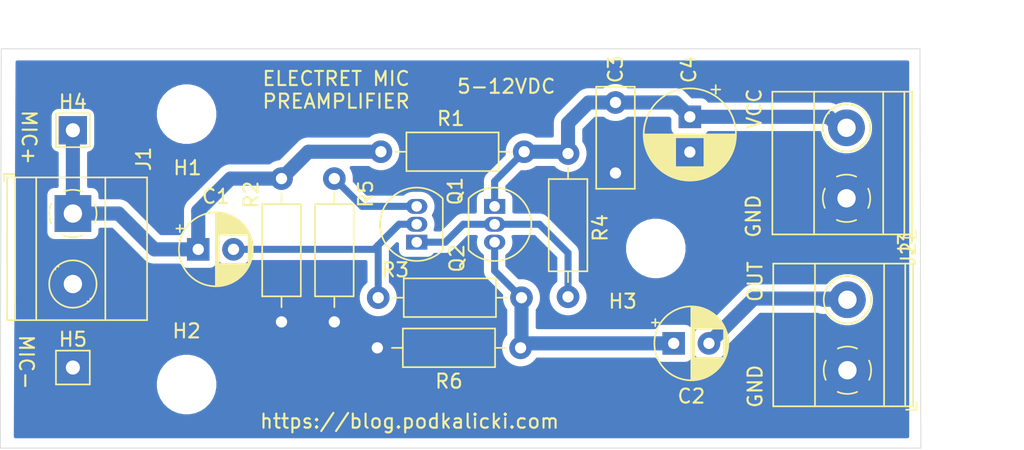
<source format=kicad_pcb>
(kicad_pcb (version 20171130) (host pcbnew 5.1.7-a382d34a8~87~ubuntu18.04.1)

  (general
    (thickness 1.6)
    (drawings 15)
    (tracks 67)
    (zones 0)
    (modules 20)
    (nets 9)
  )

  (page A4)
  (layers
    (0 F.Cu signal)
    (31 B.Cu signal)
    (32 B.Adhes user)
    (33 F.Adhes user)
    (34 B.Paste user)
    (35 F.Paste user)
    (36 B.SilkS user)
    (37 F.SilkS user)
    (38 B.Mask user)
    (39 F.Mask user)
    (40 Dwgs.User user)
    (41 Cmts.User user)
    (42 Eco1.User user)
    (43 Eco2.User user)
    (44 Edge.Cuts user)
    (45 Margin user)
    (46 B.CrtYd user)
    (47 F.CrtYd user)
    (48 B.Fab user)
    (49 F.Fab user)
  )

  (setup
    (last_trace_width 1)
    (user_trace_width 0.5)
    (user_trace_width 1)
    (trace_clearance 0.2)
    (zone_clearance 0.508)
    (zone_45_only no)
    (trace_min 0.2)
    (via_size 0.8)
    (via_drill 0.4)
    (via_min_size 0.4)
    (via_min_drill 0.3)
    (uvia_size 0.3)
    (uvia_drill 0.1)
    (uvias_allowed no)
    (uvia_min_size 0.2)
    (uvia_min_drill 0.1)
    (edge_width 0.05)
    (segment_width 0.2)
    (pcb_text_width 0.3)
    (pcb_text_size 1.5 1.5)
    (mod_edge_width 0.12)
    (mod_text_size 1 1)
    (mod_text_width 0.15)
    (pad_size 1.524 1.524)
    (pad_drill 0.762)
    (pad_to_mask_clearance 0)
    (aux_axis_origin 0 0)
    (visible_elements FFFFFF7F)
    (pcbplotparams
      (layerselection 0x010fc_fffffffe)
      (usegerberextensions false)
      (usegerberattributes true)
      (usegerberadvancedattributes true)
      (creategerberjobfile true)
      (excludeedgelayer true)
      (linewidth 0.100000)
      (plotframeref false)
      (viasonmask false)
      (mode 1)
      (useauxorigin false)
      (hpglpennumber 1)
      (hpglpenspeed 20)
      (hpglpendiameter 15.000000)
      (psnegative false)
      (psa4output false)
      (plotreference true)
      (plotvalue true)
      (plotinvisibletext false)
      (padsonsilk false)
      (subtractmaskfromsilk false)
      (outputformat 1)
      (mirror false)
      (drillshape 0)
      (scaleselection 1)
      (outputdirectory "gerber/"))
  )

  (net 0 "")
  (net 1 "Net-(C1-Pad1)")
  (net 2 "Net-(C1-Pad2)")
  (net 3 "Net-(C2-Pad2)")
  (net 4 "Net-(C2-Pad1)")
  (net 5 GND)
  (net 6 VCC)
  (net 7 "Net-(Q1-Pad3)")
  (net 8 "Net-(Q1-Pad1)")

  (net_class Default "This is the default net class."
    (clearance 0.2)
    (trace_width 0.25)
    (via_dia 0.8)
    (via_drill 0.4)
    (uvia_dia 0.3)
    (uvia_drill 0.1)
    (add_net GND)
    (add_net "Net-(C1-Pad1)")
    (add_net "Net-(C1-Pad2)")
    (add_net "Net-(C2-Pad1)")
    (add_net "Net-(C2-Pad2)")
    (add_net "Net-(Q1-Pad1)")
    (add_net "Net-(Q1-Pad3)")
    (add_net VCC)
  )

  (module Capacitor_THT:CP_Radial_D5.0mm_P2.50mm (layer F.Cu) (tedit 5AE50EF0) (tstamp 5F8F6756)
    (at 170.7515 79.883)
    (descr "CP, Radial series, Radial, pin pitch=2.50mm, , diameter=5mm, Electrolytic Capacitor")
    (tags "CP Radial series Radial pin pitch 2.50mm  diameter 5mm Electrolytic Capacitor")
    (path /5FE7F6BB)
    (fp_text reference C2 (at 1.25 3.7465) (layer F.SilkS)
      (effects (font (size 1 1) (thickness 0.15)))
    )
    (fp_text value 4u7 (at 1.25 3.75) (layer F.Fab)
      (effects (font (size 1 1) (thickness 0.15)))
    )
    (fp_text user %R (at 1.25 0) (layer F.Fab)
      (effects (font (size 1 1) (thickness 0.15)))
    )
    (fp_circle (center 1.25 0) (end 3.75 0) (layer F.Fab) (width 0.1))
    (fp_circle (center 1.25 0) (end 3.87 0) (layer F.SilkS) (width 0.12))
    (fp_circle (center 1.25 0) (end 4 0) (layer F.CrtYd) (width 0.05))
    (fp_line (start -0.883605 -1.0875) (end -0.383605 -1.0875) (layer F.Fab) (width 0.1))
    (fp_line (start -0.633605 -1.3375) (end -0.633605 -0.8375) (layer F.Fab) (width 0.1))
    (fp_line (start 1.25 -2.58) (end 1.25 2.58) (layer F.SilkS) (width 0.12))
    (fp_line (start 1.29 -2.58) (end 1.29 2.58) (layer F.SilkS) (width 0.12))
    (fp_line (start 1.33 -2.579) (end 1.33 2.579) (layer F.SilkS) (width 0.12))
    (fp_line (start 1.37 -2.578) (end 1.37 2.578) (layer F.SilkS) (width 0.12))
    (fp_line (start 1.41 -2.576) (end 1.41 2.576) (layer F.SilkS) (width 0.12))
    (fp_line (start 1.45 -2.573) (end 1.45 2.573) (layer F.SilkS) (width 0.12))
    (fp_line (start 1.49 -2.569) (end 1.49 -1.04) (layer F.SilkS) (width 0.12))
    (fp_line (start 1.49 1.04) (end 1.49 2.569) (layer F.SilkS) (width 0.12))
    (fp_line (start 1.53 -2.565) (end 1.53 -1.04) (layer F.SilkS) (width 0.12))
    (fp_line (start 1.53 1.04) (end 1.53 2.565) (layer F.SilkS) (width 0.12))
    (fp_line (start 1.57 -2.561) (end 1.57 -1.04) (layer F.SilkS) (width 0.12))
    (fp_line (start 1.57 1.04) (end 1.57 2.561) (layer F.SilkS) (width 0.12))
    (fp_line (start 1.61 -2.556) (end 1.61 -1.04) (layer F.SilkS) (width 0.12))
    (fp_line (start 1.61 1.04) (end 1.61 2.556) (layer F.SilkS) (width 0.12))
    (fp_line (start 1.65 -2.55) (end 1.65 -1.04) (layer F.SilkS) (width 0.12))
    (fp_line (start 1.65 1.04) (end 1.65 2.55) (layer F.SilkS) (width 0.12))
    (fp_line (start 1.69 -2.543) (end 1.69 -1.04) (layer F.SilkS) (width 0.12))
    (fp_line (start 1.69 1.04) (end 1.69 2.543) (layer F.SilkS) (width 0.12))
    (fp_line (start 1.73 -2.536) (end 1.73 -1.04) (layer F.SilkS) (width 0.12))
    (fp_line (start 1.73 1.04) (end 1.73 2.536) (layer F.SilkS) (width 0.12))
    (fp_line (start 1.77 -2.528) (end 1.77 -1.04) (layer F.SilkS) (width 0.12))
    (fp_line (start 1.77 1.04) (end 1.77 2.528) (layer F.SilkS) (width 0.12))
    (fp_line (start 1.81 -2.52) (end 1.81 -1.04) (layer F.SilkS) (width 0.12))
    (fp_line (start 1.81 1.04) (end 1.81 2.52) (layer F.SilkS) (width 0.12))
    (fp_line (start 1.85 -2.511) (end 1.85 -1.04) (layer F.SilkS) (width 0.12))
    (fp_line (start 1.85 1.04) (end 1.85 2.511) (layer F.SilkS) (width 0.12))
    (fp_line (start 1.89 -2.501) (end 1.89 -1.04) (layer F.SilkS) (width 0.12))
    (fp_line (start 1.89 1.04) (end 1.89 2.501) (layer F.SilkS) (width 0.12))
    (fp_line (start 1.93 -2.491) (end 1.93 -1.04) (layer F.SilkS) (width 0.12))
    (fp_line (start 1.93 1.04) (end 1.93 2.491) (layer F.SilkS) (width 0.12))
    (fp_line (start 1.971 -2.48) (end 1.971 -1.04) (layer F.SilkS) (width 0.12))
    (fp_line (start 1.971 1.04) (end 1.971 2.48) (layer F.SilkS) (width 0.12))
    (fp_line (start 2.011 -2.468) (end 2.011 -1.04) (layer F.SilkS) (width 0.12))
    (fp_line (start 2.011 1.04) (end 2.011 2.468) (layer F.SilkS) (width 0.12))
    (fp_line (start 2.051 -2.455) (end 2.051 -1.04) (layer F.SilkS) (width 0.12))
    (fp_line (start 2.051 1.04) (end 2.051 2.455) (layer F.SilkS) (width 0.12))
    (fp_line (start 2.091 -2.442) (end 2.091 -1.04) (layer F.SilkS) (width 0.12))
    (fp_line (start 2.091 1.04) (end 2.091 2.442) (layer F.SilkS) (width 0.12))
    (fp_line (start 2.131 -2.428) (end 2.131 -1.04) (layer F.SilkS) (width 0.12))
    (fp_line (start 2.131 1.04) (end 2.131 2.428) (layer F.SilkS) (width 0.12))
    (fp_line (start 2.171 -2.414) (end 2.171 -1.04) (layer F.SilkS) (width 0.12))
    (fp_line (start 2.171 1.04) (end 2.171 2.414) (layer F.SilkS) (width 0.12))
    (fp_line (start 2.211 -2.398) (end 2.211 -1.04) (layer F.SilkS) (width 0.12))
    (fp_line (start 2.211 1.04) (end 2.211 2.398) (layer F.SilkS) (width 0.12))
    (fp_line (start 2.251 -2.382) (end 2.251 -1.04) (layer F.SilkS) (width 0.12))
    (fp_line (start 2.251 1.04) (end 2.251 2.382) (layer F.SilkS) (width 0.12))
    (fp_line (start 2.291 -2.365) (end 2.291 -1.04) (layer F.SilkS) (width 0.12))
    (fp_line (start 2.291 1.04) (end 2.291 2.365) (layer F.SilkS) (width 0.12))
    (fp_line (start 2.331 -2.348) (end 2.331 -1.04) (layer F.SilkS) (width 0.12))
    (fp_line (start 2.331 1.04) (end 2.331 2.348) (layer F.SilkS) (width 0.12))
    (fp_line (start 2.371 -2.329) (end 2.371 -1.04) (layer F.SilkS) (width 0.12))
    (fp_line (start 2.371 1.04) (end 2.371 2.329) (layer F.SilkS) (width 0.12))
    (fp_line (start 2.411 -2.31) (end 2.411 -1.04) (layer F.SilkS) (width 0.12))
    (fp_line (start 2.411 1.04) (end 2.411 2.31) (layer F.SilkS) (width 0.12))
    (fp_line (start 2.451 -2.29) (end 2.451 -1.04) (layer F.SilkS) (width 0.12))
    (fp_line (start 2.451 1.04) (end 2.451 2.29) (layer F.SilkS) (width 0.12))
    (fp_line (start 2.491 -2.268) (end 2.491 -1.04) (layer F.SilkS) (width 0.12))
    (fp_line (start 2.491 1.04) (end 2.491 2.268) (layer F.SilkS) (width 0.12))
    (fp_line (start 2.531 -2.247) (end 2.531 -1.04) (layer F.SilkS) (width 0.12))
    (fp_line (start 2.531 1.04) (end 2.531 2.247) (layer F.SilkS) (width 0.12))
    (fp_line (start 2.571 -2.224) (end 2.571 -1.04) (layer F.SilkS) (width 0.12))
    (fp_line (start 2.571 1.04) (end 2.571 2.224) (layer F.SilkS) (width 0.12))
    (fp_line (start 2.611 -2.2) (end 2.611 -1.04) (layer F.SilkS) (width 0.12))
    (fp_line (start 2.611 1.04) (end 2.611 2.2) (layer F.SilkS) (width 0.12))
    (fp_line (start 2.651 -2.175) (end 2.651 -1.04) (layer F.SilkS) (width 0.12))
    (fp_line (start 2.651 1.04) (end 2.651 2.175) (layer F.SilkS) (width 0.12))
    (fp_line (start 2.691 -2.149) (end 2.691 -1.04) (layer F.SilkS) (width 0.12))
    (fp_line (start 2.691 1.04) (end 2.691 2.149) (layer F.SilkS) (width 0.12))
    (fp_line (start 2.731 -2.122) (end 2.731 -1.04) (layer F.SilkS) (width 0.12))
    (fp_line (start 2.731 1.04) (end 2.731 2.122) (layer F.SilkS) (width 0.12))
    (fp_line (start 2.771 -2.095) (end 2.771 -1.04) (layer F.SilkS) (width 0.12))
    (fp_line (start 2.771 1.04) (end 2.771 2.095) (layer F.SilkS) (width 0.12))
    (fp_line (start 2.811 -2.065) (end 2.811 -1.04) (layer F.SilkS) (width 0.12))
    (fp_line (start 2.811 1.04) (end 2.811 2.065) (layer F.SilkS) (width 0.12))
    (fp_line (start 2.851 -2.035) (end 2.851 -1.04) (layer F.SilkS) (width 0.12))
    (fp_line (start 2.851 1.04) (end 2.851 2.035) (layer F.SilkS) (width 0.12))
    (fp_line (start 2.891 -2.004) (end 2.891 -1.04) (layer F.SilkS) (width 0.12))
    (fp_line (start 2.891 1.04) (end 2.891 2.004) (layer F.SilkS) (width 0.12))
    (fp_line (start 2.931 -1.971) (end 2.931 -1.04) (layer F.SilkS) (width 0.12))
    (fp_line (start 2.931 1.04) (end 2.931 1.971) (layer F.SilkS) (width 0.12))
    (fp_line (start 2.971 -1.937) (end 2.971 -1.04) (layer F.SilkS) (width 0.12))
    (fp_line (start 2.971 1.04) (end 2.971 1.937) (layer F.SilkS) (width 0.12))
    (fp_line (start 3.011 -1.901) (end 3.011 -1.04) (layer F.SilkS) (width 0.12))
    (fp_line (start 3.011 1.04) (end 3.011 1.901) (layer F.SilkS) (width 0.12))
    (fp_line (start 3.051 -1.864) (end 3.051 -1.04) (layer F.SilkS) (width 0.12))
    (fp_line (start 3.051 1.04) (end 3.051 1.864) (layer F.SilkS) (width 0.12))
    (fp_line (start 3.091 -1.826) (end 3.091 -1.04) (layer F.SilkS) (width 0.12))
    (fp_line (start 3.091 1.04) (end 3.091 1.826) (layer F.SilkS) (width 0.12))
    (fp_line (start 3.131 -1.785) (end 3.131 -1.04) (layer F.SilkS) (width 0.12))
    (fp_line (start 3.131 1.04) (end 3.131 1.785) (layer F.SilkS) (width 0.12))
    (fp_line (start 3.171 -1.743) (end 3.171 -1.04) (layer F.SilkS) (width 0.12))
    (fp_line (start 3.171 1.04) (end 3.171 1.743) (layer F.SilkS) (width 0.12))
    (fp_line (start 3.211 -1.699) (end 3.211 -1.04) (layer F.SilkS) (width 0.12))
    (fp_line (start 3.211 1.04) (end 3.211 1.699) (layer F.SilkS) (width 0.12))
    (fp_line (start 3.251 -1.653) (end 3.251 -1.04) (layer F.SilkS) (width 0.12))
    (fp_line (start 3.251 1.04) (end 3.251 1.653) (layer F.SilkS) (width 0.12))
    (fp_line (start 3.291 -1.605) (end 3.291 -1.04) (layer F.SilkS) (width 0.12))
    (fp_line (start 3.291 1.04) (end 3.291 1.605) (layer F.SilkS) (width 0.12))
    (fp_line (start 3.331 -1.554) (end 3.331 -1.04) (layer F.SilkS) (width 0.12))
    (fp_line (start 3.331 1.04) (end 3.331 1.554) (layer F.SilkS) (width 0.12))
    (fp_line (start 3.371 -1.5) (end 3.371 -1.04) (layer F.SilkS) (width 0.12))
    (fp_line (start 3.371 1.04) (end 3.371 1.5) (layer F.SilkS) (width 0.12))
    (fp_line (start 3.411 -1.443) (end 3.411 -1.04) (layer F.SilkS) (width 0.12))
    (fp_line (start 3.411 1.04) (end 3.411 1.443) (layer F.SilkS) (width 0.12))
    (fp_line (start 3.451 -1.383) (end 3.451 -1.04) (layer F.SilkS) (width 0.12))
    (fp_line (start 3.451 1.04) (end 3.451 1.383) (layer F.SilkS) (width 0.12))
    (fp_line (start 3.491 -1.319) (end 3.491 -1.04) (layer F.SilkS) (width 0.12))
    (fp_line (start 3.491 1.04) (end 3.491 1.319) (layer F.SilkS) (width 0.12))
    (fp_line (start 3.531 -1.251) (end 3.531 -1.04) (layer F.SilkS) (width 0.12))
    (fp_line (start 3.531 1.04) (end 3.531 1.251) (layer F.SilkS) (width 0.12))
    (fp_line (start 3.571 -1.178) (end 3.571 1.178) (layer F.SilkS) (width 0.12))
    (fp_line (start 3.611 -1.098) (end 3.611 1.098) (layer F.SilkS) (width 0.12))
    (fp_line (start 3.651 -1.011) (end 3.651 1.011) (layer F.SilkS) (width 0.12))
    (fp_line (start 3.691 -0.915) (end 3.691 0.915) (layer F.SilkS) (width 0.12))
    (fp_line (start 3.731 -0.805) (end 3.731 0.805) (layer F.SilkS) (width 0.12))
    (fp_line (start 3.771 -0.677) (end 3.771 0.677) (layer F.SilkS) (width 0.12))
    (fp_line (start 3.811 -0.518) (end 3.811 0.518) (layer F.SilkS) (width 0.12))
    (fp_line (start 3.851 -0.284) (end 3.851 0.284) (layer F.SilkS) (width 0.12))
    (fp_line (start -1.554775 -1.475) (end -1.054775 -1.475) (layer F.SilkS) (width 0.12))
    (fp_line (start -1.304775 -1.725) (end -1.304775 -1.225) (layer F.SilkS) (width 0.12))
    (pad 2 thru_hole circle (at 2.5 0) (size 1.6 1.6) (drill 0.8) (layers *.Cu *.Mask)
      (net 3 "Net-(C2-Pad2)"))
    (pad 1 thru_hole rect (at 0 0) (size 1.6 1.6) (drill 0.8) (layers *.Cu *.Mask)
      (net 4 "Net-(C2-Pad1)"))
    (model ${KISYS3DMOD}/Capacitor_THT.3dshapes/CP_Radial_D5.0mm_P2.50mm.wrl
      (at (xyz 0 0 0))
      (scale (xyz 1 1 1))
      (rotate (xyz 0 0 0))
    )
  )

  (module Capacitor_THT:CP_Radial_D6.3mm_P2.50mm (layer F.Cu) (tedit 5AE50EF0) (tstamp 5F8F6F04)
    (at 171.8945 63.8175 270)
    (descr "CP, Radial series, Radial, pin pitch=2.50mm, , diameter=6.3mm, Electrolytic Capacitor")
    (tags "CP Radial series Radial pin pitch 2.50mm  diameter 6.3mm Electrolytic Capacitor")
    (path /5FEBE780)
    (fp_text reference C4 (at -3.3655 0.0635 90) (layer F.SilkS)
      (effects (font (size 1 1) (thickness 0.15)))
    )
    (fp_text value 100u (at 1.25 4.4 90) (layer F.Fab)
      (effects (font (size 1 1) (thickness 0.15)))
    )
    (fp_line (start -1.935241 -2.154) (end -1.935241 -1.524) (layer F.SilkS) (width 0.12))
    (fp_line (start -2.250241 -1.839) (end -1.620241 -1.839) (layer F.SilkS) (width 0.12))
    (fp_line (start 4.491 -0.402) (end 4.491 0.402) (layer F.SilkS) (width 0.12))
    (fp_line (start 4.451 -0.633) (end 4.451 0.633) (layer F.SilkS) (width 0.12))
    (fp_line (start 4.411 -0.802) (end 4.411 0.802) (layer F.SilkS) (width 0.12))
    (fp_line (start 4.371 -0.94) (end 4.371 0.94) (layer F.SilkS) (width 0.12))
    (fp_line (start 4.331 -1.059) (end 4.331 1.059) (layer F.SilkS) (width 0.12))
    (fp_line (start 4.291 -1.165) (end 4.291 1.165) (layer F.SilkS) (width 0.12))
    (fp_line (start 4.251 -1.262) (end 4.251 1.262) (layer F.SilkS) (width 0.12))
    (fp_line (start 4.211 -1.35) (end 4.211 1.35) (layer F.SilkS) (width 0.12))
    (fp_line (start 4.171 -1.432) (end 4.171 1.432) (layer F.SilkS) (width 0.12))
    (fp_line (start 4.131 -1.509) (end 4.131 1.509) (layer F.SilkS) (width 0.12))
    (fp_line (start 4.091 -1.581) (end 4.091 1.581) (layer F.SilkS) (width 0.12))
    (fp_line (start 4.051 -1.65) (end 4.051 1.65) (layer F.SilkS) (width 0.12))
    (fp_line (start 4.011 -1.714) (end 4.011 1.714) (layer F.SilkS) (width 0.12))
    (fp_line (start 3.971 -1.776) (end 3.971 1.776) (layer F.SilkS) (width 0.12))
    (fp_line (start 3.931 -1.834) (end 3.931 1.834) (layer F.SilkS) (width 0.12))
    (fp_line (start 3.891 -1.89) (end 3.891 1.89) (layer F.SilkS) (width 0.12))
    (fp_line (start 3.851 -1.944) (end 3.851 1.944) (layer F.SilkS) (width 0.12))
    (fp_line (start 3.811 -1.995) (end 3.811 1.995) (layer F.SilkS) (width 0.12))
    (fp_line (start 3.771 -2.044) (end 3.771 2.044) (layer F.SilkS) (width 0.12))
    (fp_line (start 3.731 -2.092) (end 3.731 2.092) (layer F.SilkS) (width 0.12))
    (fp_line (start 3.691 -2.137) (end 3.691 2.137) (layer F.SilkS) (width 0.12))
    (fp_line (start 3.651 -2.182) (end 3.651 2.182) (layer F.SilkS) (width 0.12))
    (fp_line (start 3.611 -2.224) (end 3.611 2.224) (layer F.SilkS) (width 0.12))
    (fp_line (start 3.571 -2.265) (end 3.571 2.265) (layer F.SilkS) (width 0.12))
    (fp_line (start 3.531 1.04) (end 3.531 2.305) (layer F.SilkS) (width 0.12))
    (fp_line (start 3.531 -2.305) (end 3.531 -1.04) (layer F.SilkS) (width 0.12))
    (fp_line (start 3.491 1.04) (end 3.491 2.343) (layer F.SilkS) (width 0.12))
    (fp_line (start 3.491 -2.343) (end 3.491 -1.04) (layer F.SilkS) (width 0.12))
    (fp_line (start 3.451 1.04) (end 3.451 2.38) (layer F.SilkS) (width 0.12))
    (fp_line (start 3.451 -2.38) (end 3.451 -1.04) (layer F.SilkS) (width 0.12))
    (fp_line (start 3.411 1.04) (end 3.411 2.416) (layer F.SilkS) (width 0.12))
    (fp_line (start 3.411 -2.416) (end 3.411 -1.04) (layer F.SilkS) (width 0.12))
    (fp_line (start 3.371 1.04) (end 3.371 2.45) (layer F.SilkS) (width 0.12))
    (fp_line (start 3.371 -2.45) (end 3.371 -1.04) (layer F.SilkS) (width 0.12))
    (fp_line (start 3.331 1.04) (end 3.331 2.484) (layer F.SilkS) (width 0.12))
    (fp_line (start 3.331 -2.484) (end 3.331 -1.04) (layer F.SilkS) (width 0.12))
    (fp_line (start 3.291 1.04) (end 3.291 2.516) (layer F.SilkS) (width 0.12))
    (fp_line (start 3.291 -2.516) (end 3.291 -1.04) (layer F.SilkS) (width 0.12))
    (fp_line (start 3.251 1.04) (end 3.251 2.548) (layer F.SilkS) (width 0.12))
    (fp_line (start 3.251 -2.548) (end 3.251 -1.04) (layer F.SilkS) (width 0.12))
    (fp_line (start 3.211 1.04) (end 3.211 2.578) (layer F.SilkS) (width 0.12))
    (fp_line (start 3.211 -2.578) (end 3.211 -1.04) (layer F.SilkS) (width 0.12))
    (fp_line (start 3.171 1.04) (end 3.171 2.607) (layer F.SilkS) (width 0.12))
    (fp_line (start 3.171 -2.607) (end 3.171 -1.04) (layer F.SilkS) (width 0.12))
    (fp_line (start 3.131 1.04) (end 3.131 2.636) (layer F.SilkS) (width 0.12))
    (fp_line (start 3.131 -2.636) (end 3.131 -1.04) (layer F.SilkS) (width 0.12))
    (fp_line (start 3.091 1.04) (end 3.091 2.664) (layer F.SilkS) (width 0.12))
    (fp_line (start 3.091 -2.664) (end 3.091 -1.04) (layer F.SilkS) (width 0.12))
    (fp_line (start 3.051 1.04) (end 3.051 2.69) (layer F.SilkS) (width 0.12))
    (fp_line (start 3.051 -2.69) (end 3.051 -1.04) (layer F.SilkS) (width 0.12))
    (fp_line (start 3.011 1.04) (end 3.011 2.716) (layer F.SilkS) (width 0.12))
    (fp_line (start 3.011 -2.716) (end 3.011 -1.04) (layer F.SilkS) (width 0.12))
    (fp_line (start 2.971 1.04) (end 2.971 2.742) (layer F.SilkS) (width 0.12))
    (fp_line (start 2.971 -2.742) (end 2.971 -1.04) (layer F.SilkS) (width 0.12))
    (fp_line (start 2.931 1.04) (end 2.931 2.766) (layer F.SilkS) (width 0.12))
    (fp_line (start 2.931 -2.766) (end 2.931 -1.04) (layer F.SilkS) (width 0.12))
    (fp_line (start 2.891 1.04) (end 2.891 2.79) (layer F.SilkS) (width 0.12))
    (fp_line (start 2.891 -2.79) (end 2.891 -1.04) (layer F.SilkS) (width 0.12))
    (fp_line (start 2.851 1.04) (end 2.851 2.812) (layer F.SilkS) (width 0.12))
    (fp_line (start 2.851 -2.812) (end 2.851 -1.04) (layer F.SilkS) (width 0.12))
    (fp_line (start 2.811 1.04) (end 2.811 2.834) (layer F.SilkS) (width 0.12))
    (fp_line (start 2.811 -2.834) (end 2.811 -1.04) (layer F.SilkS) (width 0.12))
    (fp_line (start 2.771 1.04) (end 2.771 2.856) (layer F.SilkS) (width 0.12))
    (fp_line (start 2.771 -2.856) (end 2.771 -1.04) (layer F.SilkS) (width 0.12))
    (fp_line (start 2.731 1.04) (end 2.731 2.876) (layer F.SilkS) (width 0.12))
    (fp_line (start 2.731 -2.876) (end 2.731 -1.04) (layer F.SilkS) (width 0.12))
    (fp_line (start 2.691 1.04) (end 2.691 2.896) (layer F.SilkS) (width 0.12))
    (fp_line (start 2.691 -2.896) (end 2.691 -1.04) (layer F.SilkS) (width 0.12))
    (fp_line (start 2.651 1.04) (end 2.651 2.916) (layer F.SilkS) (width 0.12))
    (fp_line (start 2.651 -2.916) (end 2.651 -1.04) (layer F.SilkS) (width 0.12))
    (fp_line (start 2.611 1.04) (end 2.611 2.934) (layer F.SilkS) (width 0.12))
    (fp_line (start 2.611 -2.934) (end 2.611 -1.04) (layer F.SilkS) (width 0.12))
    (fp_line (start 2.571 1.04) (end 2.571 2.952) (layer F.SilkS) (width 0.12))
    (fp_line (start 2.571 -2.952) (end 2.571 -1.04) (layer F.SilkS) (width 0.12))
    (fp_line (start 2.531 1.04) (end 2.531 2.97) (layer F.SilkS) (width 0.12))
    (fp_line (start 2.531 -2.97) (end 2.531 -1.04) (layer F.SilkS) (width 0.12))
    (fp_line (start 2.491 1.04) (end 2.491 2.986) (layer F.SilkS) (width 0.12))
    (fp_line (start 2.491 -2.986) (end 2.491 -1.04) (layer F.SilkS) (width 0.12))
    (fp_line (start 2.451 1.04) (end 2.451 3.002) (layer F.SilkS) (width 0.12))
    (fp_line (start 2.451 -3.002) (end 2.451 -1.04) (layer F.SilkS) (width 0.12))
    (fp_line (start 2.411 1.04) (end 2.411 3.018) (layer F.SilkS) (width 0.12))
    (fp_line (start 2.411 -3.018) (end 2.411 -1.04) (layer F.SilkS) (width 0.12))
    (fp_line (start 2.371 1.04) (end 2.371 3.033) (layer F.SilkS) (width 0.12))
    (fp_line (start 2.371 -3.033) (end 2.371 -1.04) (layer F.SilkS) (width 0.12))
    (fp_line (start 2.331 1.04) (end 2.331 3.047) (layer F.SilkS) (width 0.12))
    (fp_line (start 2.331 -3.047) (end 2.331 -1.04) (layer F.SilkS) (width 0.12))
    (fp_line (start 2.291 1.04) (end 2.291 3.061) (layer F.SilkS) (width 0.12))
    (fp_line (start 2.291 -3.061) (end 2.291 -1.04) (layer F.SilkS) (width 0.12))
    (fp_line (start 2.251 1.04) (end 2.251 3.074) (layer F.SilkS) (width 0.12))
    (fp_line (start 2.251 -3.074) (end 2.251 -1.04) (layer F.SilkS) (width 0.12))
    (fp_line (start 2.211 1.04) (end 2.211 3.086) (layer F.SilkS) (width 0.12))
    (fp_line (start 2.211 -3.086) (end 2.211 -1.04) (layer F.SilkS) (width 0.12))
    (fp_line (start 2.171 1.04) (end 2.171 3.098) (layer F.SilkS) (width 0.12))
    (fp_line (start 2.171 -3.098) (end 2.171 -1.04) (layer F.SilkS) (width 0.12))
    (fp_line (start 2.131 1.04) (end 2.131 3.11) (layer F.SilkS) (width 0.12))
    (fp_line (start 2.131 -3.11) (end 2.131 -1.04) (layer F.SilkS) (width 0.12))
    (fp_line (start 2.091 1.04) (end 2.091 3.121) (layer F.SilkS) (width 0.12))
    (fp_line (start 2.091 -3.121) (end 2.091 -1.04) (layer F.SilkS) (width 0.12))
    (fp_line (start 2.051 1.04) (end 2.051 3.131) (layer F.SilkS) (width 0.12))
    (fp_line (start 2.051 -3.131) (end 2.051 -1.04) (layer F.SilkS) (width 0.12))
    (fp_line (start 2.011 1.04) (end 2.011 3.141) (layer F.SilkS) (width 0.12))
    (fp_line (start 2.011 -3.141) (end 2.011 -1.04) (layer F.SilkS) (width 0.12))
    (fp_line (start 1.971 1.04) (end 1.971 3.15) (layer F.SilkS) (width 0.12))
    (fp_line (start 1.971 -3.15) (end 1.971 -1.04) (layer F.SilkS) (width 0.12))
    (fp_line (start 1.93 1.04) (end 1.93 3.159) (layer F.SilkS) (width 0.12))
    (fp_line (start 1.93 -3.159) (end 1.93 -1.04) (layer F.SilkS) (width 0.12))
    (fp_line (start 1.89 1.04) (end 1.89 3.167) (layer F.SilkS) (width 0.12))
    (fp_line (start 1.89 -3.167) (end 1.89 -1.04) (layer F.SilkS) (width 0.12))
    (fp_line (start 1.85 1.04) (end 1.85 3.175) (layer F.SilkS) (width 0.12))
    (fp_line (start 1.85 -3.175) (end 1.85 -1.04) (layer F.SilkS) (width 0.12))
    (fp_line (start 1.81 1.04) (end 1.81 3.182) (layer F.SilkS) (width 0.12))
    (fp_line (start 1.81 -3.182) (end 1.81 -1.04) (layer F.SilkS) (width 0.12))
    (fp_line (start 1.77 1.04) (end 1.77 3.189) (layer F.SilkS) (width 0.12))
    (fp_line (start 1.77 -3.189) (end 1.77 -1.04) (layer F.SilkS) (width 0.12))
    (fp_line (start 1.73 1.04) (end 1.73 3.195) (layer F.SilkS) (width 0.12))
    (fp_line (start 1.73 -3.195) (end 1.73 -1.04) (layer F.SilkS) (width 0.12))
    (fp_line (start 1.69 1.04) (end 1.69 3.201) (layer F.SilkS) (width 0.12))
    (fp_line (start 1.69 -3.201) (end 1.69 -1.04) (layer F.SilkS) (width 0.12))
    (fp_line (start 1.65 1.04) (end 1.65 3.206) (layer F.SilkS) (width 0.12))
    (fp_line (start 1.65 -3.206) (end 1.65 -1.04) (layer F.SilkS) (width 0.12))
    (fp_line (start 1.61 1.04) (end 1.61 3.211) (layer F.SilkS) (width 0.12))
    (fp_line (start 1.61 -3.211) (end 1.61 -1.04) (layer F.SilkS) (width 0.12))
    (fp_line (start 1.57 1.04) (end 1.57 3.215) (layer F.SilkS) (width 0.12))
    (fp_line (start 1.57 -3.215) (end 1.57 -1.04) (layer F.SilkS) (width 0.12))
    (fp_line (start 1.53 1.04) (end 1.53 3.218) (layer F.SilkS) (width 0.12))
    (fp_line (start 1.53 -3.218) (end 1.53 -1.04) (layer F.SilkS) (width 0.12))
    (fp_line (start 1.49 1.04) (end 1.49 3.222) (layer F.SilkS) (width 0.12))
    (fp_line (start 1.49 -3.222) (end 1.49 -1.04) (layer F.SilkS) (width 0.12))
    (fp_line (start 1.45 -3.224) (end 1.45 3.224) (layer F.SilkS) (width 0.12))
    (fp_line (start 1.41 -3.227) (end 1.41 3.227) (layer F.SilkS) (width 0.12))
    (fp_line (start 1.37 -3.228) (end 1.37 3.228) (layer F.SilkS) (width 0.12))
    (fp_line (start 1.33 -3.23) (end 1.33 3.23) (layer F.SilkS) (width 0.12))
    (fp_line (start 1.29 -3.23) (end 1.29 3.23) (layer F.SilkS) (width 0.12))
    (fp_line (start 1.25 -3.23) (end 1.25 3.23) (layer F.SilkS) (width 0.12))
    (fp_line (start -1.128972 -1.6885) (end -1.128972 -1.0585) (layer F.Fab) (width 0.1))
    (fp_line (start -1.443972 -1.3735) (end -0.813972 -1.3735) (layer F.Fab) (width 0.1))
    (fp_circle (center 1.25 0) (end 4.65 0) (layer F.CrtYd) (width 0.05))
    (fp_circle (center 1.25 0) (end 4.52 0) (layer F.SilkS) (width 0.12))
    (fp_circle (center 1.25 0) (end 4.4 0) (layer F.Fab) (width 0.1))
    (fp_text user %R (at 1.25 0 90) (layer F.Fab)
      (effects (font (size 1 1) (thickness 0.15)))
    )
    (pad 1 thru_hole rect (at 0 0 270) (size 1.6 1.6) (drill 0.8) (layers *.Cu *.Mask)
      (net 6 VCC))
    (pad 2 thru_hole circle (at 2.5 0 270) (size 1.6 1.6) (drill 0.8) (layers *.Cu *.Mask)
      (net 5 GND))
    (model ${KISYS3DMOD}/Capacitor_THT.3dshapes/CP_Radial_D6.3mm_P2.50mm.wrl
      (at (xyz 0 0 0))
      (scale (xyz 1 1 1))
      (rotate (xyz 0 0 0))
    )
  )

  (module Resistor_THT:R_Axial_DIN0207_L6.3mm_D2.5mm_P10.16mm_Horizontal (layer F.Cu) (tedit 5AE5139B) (tstamp 5F8F3475)
    (at 163.2585 66.421 270)
    (descr "Resistor, Axial_DIN0207 series, Axial, Horizontal, pin pitch=10.16mm, 0.25W = 1/4W, length*diameter=6.3*2.5mm^2, http://cdn-reichelt.de/documents/datenblatt/B400/1_4W%23YAG.pdf")
    (tags "Resistor Axial_DIN0207 series Axial Horizontal pin pitch 10.16mm 0.25W = 1/4W length 6.3mm diameter 2.5mm")
    (path /5FE7DE4A)
    (fp_text reference R4 (at 5.2705 -2.286 90) (layer F.SilkS)
      (effects (font (size 1 1) (thickness 0.15)))
    )
    (fp_text value 10k (at 5.08 2.37 90) (layer F.Fab)
      (effects (font (size 1 1) (thickness 0.15)))
    )
    (fp_text user %R (at 5.08 0 90) (layer F.Fab)
      (effects (font (size 1 1) (thickness 0.15)))
    )
    (fp_line (start 1.93 -1.25) (end 1.93 1.25) (layer F.Fab) (width 0.1))
    (fp_line (start 1.93 1.25) (end 8.23 1.25) (layer F.Fab) (width 0.1))
    (fp_line (start 8.23 1.25) (end 8.23 -1.25) (layer F.Fab) (width 0.1))
    (fp_line (start 8.23 -1.25) (end 1.93 -1.25) (layer F.Fab) (width 0.1))
    (fp_line (start 0 0) (end 1.93 0) (layer F.Fab) (width 0.1))
    (fp_line (start 10.16 0) (end 8.23 0) (layer F.Fab) (width 0.1))
    (fp_line (start 1.81 -1.37) (end 1.81 1.37) (layer F.SilkS) (width 0.12))
    (fp_line (start 1.81 1.37) (end 8.35 1.37) (layer F.SilkS) (width 0.12))
    (fp_line (start 8.35 1.37) (end 8.35 -1.37) (layer F.SilkS) (width 0.12))
    (fp_line (start 8.35 -1.37) (end 1.81 -1.37) (layer F.SilkS) (width 0.12))
    (fp_line (start 1.04 0) (end 1.81 0) (layer F.SilkS) (width 0.12))
    (fp_line (start 9.12 0) (end 8.35 0) (layer F.SilkS) (width 0.12))
    (fp_line (start -1.05 -1.5) (end -1.05 1.5) (layer F.CrtYd) (width 0.05))
    (fp_line (start -1.05 1.5) (end 11.21 1.5) (layer F.CrtYd) (width 0.05))
    (fp_line (start 11.21 1.5) (end 11.21 -1.5) (layer F.CrtYd) (width 0.05))
    (fp_line (start 11.21 -1.5) (end -1.05 -1.5) (layer F.CrtYd) (width 0.05))
    (pad 2 thru_hole oval (at 10.16 0 270) (size 1.6 1.6) (drill 0.8) (layers *.Cu *.Mask)
      (net 8 "Net-(Q1-Pad1)"))
    (pad 1 thru_hole circle (at 0 0 270) (size 1.6 1.6) (drill 0.8) (layers *.Cu *.Mask)
      (net 6 VCC))
    (model ${KISYS3DMOD}/Resistor_THT.3dshapes/R_Axial_DIN0207_L6.3mm_D2.5mm_P10.16mm_Horizontal.wrl
      (at (xyz 0 0 0))
      (scale (xyz 1 1 1))
      (rotate (xyz 0 0 0))
    )
  )

  (module TerminalBlock_Phoenix:TerminalBlock_Phoenix_MKDS-1,5-2_1x02_P5.00mm_Horizontal (layer F.Cu) (tedit 5B294EE5) (tstamp 5F8F64C4)
    (at 183.007 69.596 90)
    (descr "Terminal Block Phoenix MKDS-1,5-2, 2 pins, pitch 5mm, size 10x9.8mm^2, drill diamater 1.3mm, pad diameter 2.6mm, see http://www.farnell.com/datasheets/100425.pdf, script-generated using https://github.com/pointhi/kicad-footprint-generator/scripts/TerminalBlock_Phoenix")
    (tags "THT Terminal Block Phoenix MKDS-1,5-2 pitch 5mm size 10x9.8mm^2 drill 1.3mm pad 2.6mm")
    (path /5FE93EAA)
    (fp_text reference J2 (at -3.937 4.3815 90) (layer F.SilkS)
      (effects (font (size 1 1) (thickness 0.15)))
    )
    (fp_text value POWER (at 2.5 5.66 90) (layer F.Fab)
      (effects (font (size 1 1) (thickness 0.15)))
    )
    (fp_line (start 8 -5.71) (end -3 -5.71) (layer F.CrtYd) (width 0.05))
    (fp_line (start 8 5.1) (end 8 -5.71) (layer F.CrtYd) (width 0.05))
    (fp_line (start -3 5.1) (end 8 5.1) (layer F.CrtYd) (width 0.05))
    (fp_line (start -3 -5.71) (end -3 5.1) (layer F.CrtYd) (width 0.05))
    (fp_line (start -2.8 4.9) (end -2.3 4.9) (layer F.SilkS) (width 0.12))
    (fp_line (start -2.8 4.16) (end -2.8 4.9) (layer F.SilkS) (width 0.12))
    (fp_line (start 3.773 1.023) (end 3.726 1.069) (layer F.SilkS) (width 0.12))
    (fp_line (start 6.07 -1.275) (end 6.035 -1.239) (layer F.SilkS) (width 0.12))
    (fp_line (start 3.966 1.239) (end 3.931 1.274) (layer F.SilkS) (width 0.12))
    (fp_line (start 6.275 -1.069) (end 6.228 -1.023) (layer F.SilkS) (width 0.12))
    (fp_line (start 5.955 -1.138) (end 3.863 0.955) (layer F.Fab) (width 0.1))
    (fp_line (start 6.138 -0.955) (end 4.046 1.138) (layer F.Fab) (width 0.1))
    (fp_line (start 0.955 -1.138) (end -1.138 0.955) (layer F.Fab) (width 0.1))
    (fp_line (start 1.138 -0.955) (end -0.955 1.138) (layer F.Fab) (width 0.1))
    (fp_line (start 7.56 -5.261) (end 7.56 4.66) (layer F.SilkS) (width 0.12))
    (fp_line (start -2.56 -5.261) (end -2.56 4.66) (layer F.SilkS) (width 0.12))
    (fp_line (start -2.56 4.66) (end 7.56 4.66) (layer F.SilkS) (width 0.12))
    (fp_line (start -2.56 -5.261) (end 7.56 -5.261) (layer F.SilkS) (width 0.12))
    (fp_line (start -2.56 -2.301) (end 7.56 -2.301) (layer F.SilkS) (width 0.12))
    (fp_line (start -2.5 -2.3) (end 7.5 -2.3) (layer F.Fab) (width 0.1))
    (fp_line (start -2.56 2.6) (end 7.56 2.6) (layer F.SilkS) (width 0.12))
    (fp_line (start -2.5 2.6) (end 7.5 2.6) (layer F.Fab) (width 0.1))
    (fp_line (start -2.56 4.1) (end 7.56 4.1) (layer F.SilkS) (width 0.12))
    (fp_line (start -2.5 4.1) (end 7.5 4.1) (layer F.Fab) (width 0.1))
    (fp_line (start -2.5 4.1) (end -2.5 -5.2) (layer F.Fab) (width 0.1))
    (fp_line (start -2 4.6) (end -2.5 4.1) (layer F.Fab) (width 0.1))
    (fp_line (start 7.5 4.6) (end -2 4.6) (layer F.Fab) (width 0.1))
    (fp_line (start 7.5 -5.2) (end 7.5 4.6) (layer F.Fab) (width 0.1))
    (fp_line (start -2.5 -5.2) (end 7.5 -5.2) (layer F.Fab) (width 0.1))
    (fp_circle (center 5 0) (end 6.68 0) (layer F.SilkS) (width 0.12))
    (fp_circle (center 5 0) (end 6.5 0) (layer F.Fab) (width 0.1))
    (fp_circle (center 0 0) (end 1.5 0) (layer F.Fab) (width 0.1))
    (fp_arc (start 0 0) (end 0 1.68) (angle -24) (layer F.SilkS) (width 0.12))
    (fp_arc (start 0 0) (end 1.535 0.684) (angle -48) (layer F.SilkS) (width 0.12))
    (fp_arc (start 0 0) (end 0.684 -1.535) (angle -48) (layer F.SilkS) (width 0.12))
    (fp_arc (start 0 0) (end -1.535 -0.684) (angle -48) (layer F.SilkS) (width 0.12))
    (fp_arc (start 0 0) (end -0.684 1.535) (angle -25) (layer F.SilkS) (width 0.12))
    (fp_text user %R (at 2.5 3.2 90) (layer F.Fab)
      (effects (font (size 1 1) (thickness 0.15)))
    )
    (pad 1 thru_hole rect (at 0 0 90) (size 2.6 2.6) (drill 1.3) (layers *.Cu *.Mask)
      (net 5 GND))
    (pad 2 thru_hole circle (at 5 0 90) (size 2.6 2.6) (drill 1.3) (layers *.Cu *.Mask)
      (net 6 VCC))
    (model ${KISYS3DMOD}/TerminalBlock_Phoenix.3dshapes/TerminalBlock_Phoenix_MKDS-1,5-2_1x02_P5.00mm_Horizontal.wrl
      (at (xyz 0 0 0))
      (scale (xyz 1 1 1))
      (rotate (xyz 0 0 0))
    )
  )

  (module TerminalBlock_Phoenix:TerminalBlock_Phoenix_MKDS-1,5-2_1x02_P5.00mm_Horizontal (layer F.Cu) (tedit 5B294EE5) (tstamp 5F8F6440)
    (at 183.0705 81.788 90)
    (descr "Terminal Block Phoenix MKDS-1,5-2, 2 pins, pitch 5mm, size 10x9.8mm^2, drill diamater 1.3mm, pad diameter 2.6mm, see http://www.farnell.com/datasheets/100425.pdf, script-generated using https://github.com/pointhi/kicad-footprint-generator/scripts/TerminalBlock_Phoenix")
    (tags "THT Terminal Block Phoenix MKDS-1,5-2 pitch 5mm size 10x9.8mm^2 drill 1.3mm pad 2.6mm")
    (path /5FE86879)
    (fp_text reference J3 (at 8.9535 4.1275 90) (layer F.SilkS)
      (effects (font (size 1 1) (thickness 0.15)))
    )
    (fp_text value OUTPUT (at 2.5 5.66 90) (layer F.Fab)
      (effects (font (size 1 1) (thickness 0.15)))
    )
    (fp_line (start 8 -5.71) (end -3 -5.71) (layer F.CrtYd) (width 0.05))
    (fp_line (start 8 5.1) (end 8 -5.71) (layer F.CrtYd) (width 0.05))
    (fp_line (start -3 5.1) (end 8 5.1) (layer F.CrtYd) (width 0.05))
    (fp_line (start -3 -5.71) (end -3 5.1) (layer F.CrtYd) (width 0.05))
    (fp_line (start -2.8 4.9) (end -2.3 4.9) (layer F.SilkS) (width 0.12))
    (fp_line (start -2.8 4.16) (end -2.8 4.9) (layer F.SilkS) (width 0.12))
    (fp_line (start 3.773 1.023) (end 3.726 1.069) (layer F.SilkS) (width 0.12))
    (fp_line (start 6.07 -1.275) (end 6.035 -1.239) (layer F.SilkS) (width 0.12))
    (fp_line (start 3.966 1.239) (end 3.931 1.274) (layer F.SilkS) (width 0.12))
    (fp_line (start 6.275 -1.069) (end 6.228 -1.023) (layer F.SilkS) (width 0.12))
    (fp_line (start 5.955 -1.138) (end 3.863 0.955) (layer F.Fab) (width 0.1))
    (fp_line (start 6.138 -0.955) (end 4.046 1.138) (layer F.Fab) (width 0.1))
    (fp_line (start 0.955 -1.138) (end -1.138 0.955) (layer F.Fab) (width 0.1))
    (fp_line (start 1.138 -0.955) (end -0.955 1.138) (layer F.Fab) (width 0.1))
    (fp_line (start 7.56 -5.261) (end 7.56 4.66) (layer F.SilkS) (width 0.12))
    (fp_line (start -2.56 -5.261) (end -2.56 4.66) (layer F.SilkS) (width 0.12))
    (fp_line (start -2.56 4.66) (end 7.56 4.66) (layer F.SilkS) (width 0.12))
    (fp_line (start -2.56 -5.261) (end 7.56 -5.261) (layer F.SilkS) (width 0.12))
    (fp_line (start -2.56 -2.301) (end 7.56 -2.301) (layer F.SilkS) (width 0.12))
    (fp_line (start -2.5 -2.3) (end 7.5 -2.3) (layer F.Fab) (width 0.1))
    (fp_line (start -2.56 2.6) (end 7.56 2.6) (layer F.SilkS) (width 0.12))
    (fp_line (start -2.5 2.6) (end 7.5 2.6) (layer F.Fab) (width 0.1))
    (fp_line (start -2.56 4.1) (end 7.56 4.1) (layer F.SilkS) (width 0.12))
    (fp_line (start -2.5 4.1) (end 7.5 4.1) (layer F.Fab) (width 0.1))
    (fp_line (start -2.5 4.1) (end -2.5 -5.2) (layer F.Fab) (width 0.1))
    (fp_line (start -2 4.6) (end -2.5 4.1) (layer F.Fab) (width 0.1))
    (fp_line (start 7.5 4.6) (end -2 4.6) (layer F.Fab) (width 0.1))
    (fp_line (start 7.5 -5.2) (end 7.5 4.6) (layer F.Fab) (width 0.1))
    (fp_line (start -2.5 -5.2) (end 7.5 -5.2) (layer F.Fab) (width 0.1))
    (fp_circle (center 5 0) (end 6.68 0) (layer F.SilkS) (width 0.12))
    (fp_circle (center 5 0) (end 6.5 0) (layer F.Fab) (width 0.1))
    (fp_circle (center 0 0) (end 1.5 0) (layer F.Fab) (width 0.1))
    (fp_arc (start 0 0) (end 0 1.68) (angle -24) (layer F.SilkS) (width 0.12))
    (fp_arc (start 0 0) (end 1.535 0.684) (angle -48) (layer F.SilkS) (width 0.12))
    (fp_arc (start 0 0) (end 0.684 -1.535) (angle -48) (layer F.SilkS) (width 0.12))
    (fp_arc (start 0 0) (end -1.535 -0.684) (angle -48) (layer F.SilkS) (width 0.12))
    (fp_arc (start 0 0) (end -0.684 1.535) (angle -25) (layer F.SilkS) (width 0.12))
    (fp_text user %R (at 2.5 3.2 90) (layer F.Fab)
      (effects (font (size 1 1) (thickness 0.15)))
    )
    (pad 1 thru_hole rect (at 0 0 90) (size 2.6 2.6) (drill 1.3) (layers *.Cu *.Mask)
      (net 5 GND))
    (pad 2 thru_hole circle (at 5 0 90) (size 2.6 2.6) (drill 1.3) (layers *.Cu *.Mask)
      (net 3 "Net-(C2-Pad2)"))
    (model ${KISYS3DMOD}/TerminalBlock_Phoenix.3dshapes/TerminalBlock_Phoenix_MKDS-1,5-2_1x02_P5.00mm_Horizontal.wrl
      (at (xyz 0 0 0))
      (scale (xyz 1 1 1))
      (rotate (xyz 0 0 0))
    )
  )

  (module Capacitor_THT:CP_Radial_D5.0mm_P2.50mm (layer F.Cu) (tedit 5AE50EF0) (tstamp 5F8F32ED)
    (at 137.033 73.2155)
    (descr "CP, Radial series, Radial, pin pitch=2.50mm, , diameter=5mm, Electrolytic Capacitor")
    (tags "CP Radial series Radial pin pitch 2.50mm  diameter 5mm Electrolytic Capacitor")
    (path /5FE7E7AD)
    (fp_text reference C1 (at 1.25 -3.75) (layer F.SilkS)
      (effects (font (size 1 1) (thickness 0.15)))
    )
    (fp_text value 2u2 (at 1.25 3.75) (layer F.Fab)
      (effects (font (size 1 1) (thickness 0.15)))
    )
    (fp_line (start -1.304775 -1.725) (end -1.304775 -1.225) (layer F.SilkS) (width 0.12))
    (fp_line (start -1.554775 -1.475) (end -1.054775 -1.475) (layer F.SilkS) (width 0.12))
    (fp_line (start 3.851 -0.284) (end 3.851 0.284) (layer F.SilkS) (width 0.12))
    (fp_line (start 3.811 -0.518) (end 3.811 0.518) (layer F.SilkS) (width 0.12))
    (fp_line (start 3.771 -0.677) (end 3.771 0.677) (layer F.SilkS) (width 0.12))
    (fp_line (start 3.731 -0.805) (end 3.731 0.805) (layer F.SilkS) (width 0.12))
    (fp_line (start 3.691 -0.915) (end 3.691 0.915) (layer F.SilkS) (width 0.12))
    (fp_line (start 3.651 -1.011) (end 3.651 1.011) (layer F.SilkS) (width 0.12))
    (fp_line (start 3.611 -1.098) (end 3.611 1.098) (layer F.SilkS) (width 0.12))
    (fp_line (start 3.571 -1.178) (end 3.571 1.178) (layer F.SilkS) (width 0.12))
    (fp_line (start 3.531 1.04) (end 3.531 1.251) (layer F.SilkS) (width 0.12))
    (fp_line (start 3.531 -1.251) (end 3.531 -1.04) (layer F.SilkS) (width 0.12))
    (fp_line (start 3.491 1.04) (end 3.491 1.319) (layer F.SilkS) (width 0.12))
    (fp_line (start 3.491 -1.319) (end 3.491 -1.04) (layer F.SilkS) (width 0.12))
    (fp_line (start 3.451 1.04) (end 3.451 1.383) (layer F.SilkS) (width 0.12))
    (fp_line (start 3.451 -1.383) (end 3.451 -1.04) (layer F.SilkS) (width 0.12))
    (fp_line (start 3.411 1.04) (end 3.411 1.443) (layer F.SilkS) (width 0.12))
    (fp_line (start 3.411 -1.443) (end 3.411 -1.04) (layer F.SilkS) (width 0.12))
    (fp_line (start 3.371 1.04) (end 3.371 1.5) (layer F.SilkS) (width 0.12))
    (fp_line (start 3.371 -1.5) (end 3.371 -1.04) (layer F.SilkS) (width 0.12))
    (fp_line (start 3.331 1.04) (end 3.331 1.554) (layer F.SilkS) (width 0.12))
    (fp_line (start 3.331 -1.554) (end 3.331 -1.04) (layer F.SilkS) (width 0.12))
    (fp_line (start 3.291 1.04) (end 3.291 1.605) (layer F.SilkS) (width 0.12))
    (fp_line (start 3.291 -1.605) (end 3.291 -1.04) (layer F.SilkS) (width 0.12))
    (fp_line (start 3.251 1.04) (end 3.251 1.653) (layer F.SilkS) (width 0.12))
    (fp_line (start 3.251 -1.653) (end 3.251 -1.04) (layer F.SilkS) (width 0.12))
    (fp_line (start 3.211 1.04) (end 3.211 1.699) (layer F.SilkS) (width 0.12))
    (fp_line (start 3.211 -1.699) (end 3.211 -1.04) (layer F.SilkS) (width 0.12))
    (fp_line (start 3.171 1.04) (end 3.171 1.743) (layer F.SilkS) (width 0.12))
    (fp_line (start 3.171 -1.743) (end 3.171 -1.04) (layer F.SilkS) (width 0.12))
    (fp_line (start 3.131 1.04) (end 3.131 1.785) (layer F.SilkS) (width 0.12))
    (fp_line (start 3.131 -1.785) (end 3.131 -1.04) (layer F.SilkS) (width 0.12))
    (fp_line (start 3.091 1.04) (end 3.091 1.826) (layer F.SilkS) (width 0.12))
    (fp_line (start 3.091 -1.826) (end 3.091 -1.04) (layer F.SilkS) (width 0.12))
    (fp_line (start 3.051 1.04) (end 3.051 1.864) (layer F.SilkS) (width 0.12))
    (fp_line (start 3.051 -1.864) (end 3.051 -1.04) (layer F.SilkS) (width 0.12))
    (fp_line (start 3.011 1.04) (end 3.011 1.901) (layer F.SilkS) (width 0.12))
    (fp_line (start 3.011 -1.901) (end 3.011 -1.04) (layer F.SilkS) (width 0.12))
    (fp_line (start 2.971 1.04) (end 2.971 1.937) (layer F.SilkS) (width 0.12))
    (fp_line (start 2.971 -1.937) (end 2.971 -1.04) (layer F.SilkS) (width 0.12))
    (fp_line (start 2.931 1.04) (end 2.931 1.971) (layer F.SilkS) (width 0.12))
    (fp_line (start 2.931 -1.971) (end 2.931 -1.04) (layer F.SilkS) (width 0.12))
    (fp_line (start 2.891 1.04) (end 2.891 2.004) (layer F.SilkS) (width 0.12))
    (fp_line (start 2.891 -2.004) (end 2.891 -1.04) (layer F.SilkS) (width 0.12))
    (fp_line (start 2.851 1.04) (end 2.851 2.035) (layer F.SilkS) (width 0.12))
    (fp_line (start 2.851 -2.035) (end 2.851 -1.04) (layer F.SilkS) (width 0.12))
    (fp_line (start 2.811 1.04) (end 2.811 2.065) (layer F.SilkS) (width 0.12))
    (fp_line (start 2.811 -2.065) (end 2.811 -1.04) (layer F.SilkS) (width 0.12))
    (fp_line (start 2.771 1.04) (end 2.771 2.095) (layer F.SilkS) (width 0.12))
    (fp_line (start 2.771 -2.095) (end 2.771 -1.04) (layer F.SilkS) (width 0.12))
    (fp_line (start 2.731 1.04) (end 2.731 2.122) (layer F.SilkS) (width 0.12))
    (fp_line (start 2.731 -2.122) (end 2.731 -1.04) (layer F.SilkS) (width 0.12))
    (fp_line (start 2.691 1.04) (end 2.691 2.149) (layer F.SilkS) (width 0.12))
    (fp_line (start 2.691 -2.149) (end 2.691 -1.04) (layer F.SilkS) (width 0.12))
    (fp_line (start 2.651 1.04) (end 2.651 2.175) (layer F.SilkS) (width 0.12))
    (fp_line (start 2.651 -2.175) (end 2.651 -1.04) (layer F.SilkS) (width 0.12))
    (fp_line (start 2.611 1.04) (end 2.611 2.2) (layer F.SilkS) (width 0.12))
    (fp_line (start 2.611 -2.2) (end 2.611 -1.04) (layer F.SilkS) (width 0.12))
    (fp_line (start 2.571 1.04) (end 2.571 2.224) (layer F.SilkS) (width 0.12))
    (fp_line (start 2.571 -2.224) (end 2.571 -1.04) (layer F.SilkS) (width 0.12))
    (fp_line (start 2.531 1.04) (end 2.531 2.247) (layer F.SilkS) (width 0.12))
    (fp_line (start 2.531 -2.247) (end 2.531 -1.04) (layer F.SilkS) (width 0.12))
    (fp_line (start 2.491 1.04) (end 2.491 2.268) (layer F.SilkS) (width 0.12))
    (fp_line (start 2.491 -2.268) (end 2.491 -1.04) (layer F.SilkS) (width 0.12))
    (fp_line (start 2.451 1.04) (end 2.451 2.29) (layer F.SilkS) (width 0.12))
    (fp_line (start 2.451 -2.29) (end 2.451 -1.04) (layer F.SilkS) (width 0.12))
    (fp_line (start 2.411 1.04) (end 2.411 2.31) (layer F.SilkS) (width 0.12))
    (fp_line (start 2.411 -2.31) (end 2.411 -1.04) (layer F.SilkS) (width 0.12))
    (fp_line (start 2.371 1.04) (end 2.371 2.329) (layer F.SilkS) (width 0.12))
    (fp_line (start 2.371 -2.329) (end 2.371 -1.04) (layer F.SilkS) (width 0.12))
    (fp_line (start 2.331 1.04) (end 2.331 2.348) (layer F.SilkS) (width 0.12))
    (fp_line (start 2.331 -2.348) (end 2.331 -1.04) (layer F.SilkS) (width 0.12))
    (fp_line (start 2.291 1.04) (end 2.291 2.365) (layer F.SilkS) (width 0.12))
    (fp_line (start 2.291 -2.365) (end 2.291 -1.04) (layer F.SilkS) (width 0.12))
    (fp_line (start 2.251 1.04) (end 2.251 2.382) (layer F.SilkS) (width 0.12))
    (fp_line (start 2.251 -2.382) (end 2.251 -1.04) (layer F.SilkS) (width 0.12))
    (fp_line (start 2.211 1.04) (end 2.211 2.398) (layer F.SilkS) (width 0.12))
    (fp_line (start 2.211 -2.398) (end 2.211 -1.04) (layer F.SilkS) (width 0.12))
    (fp_line (start 2.171 1.04) (end 2.171 2.414) (layer F.SilkS) (width 0.12))
    (fp_line (start 2.171 -2.414) (end 2.171 -1.04) (layer F.SilkS) (width 0.12))
    (fp_line (start 2.131 1.04) (end 2.131 2.428) (layer F.SilkS) (width 0.12))
    (fp_line (start 2.131 -2.428) (end 2.131 -1.04) (layer F.SilkS) (width 0.12))
    (fp_line (start 2.091 1.04) (end 2.091 2.442) (layer F.SilkS) (width 0.12))
    (fp_line (start 2.091 -2.442) (end 2.091 -1.04) (layer F.SilkS) (width 0.12))
    (fp_line (start 2.051 1.04) (end 2.051 2.455) (layer F.SilkS) (width 0.12))
    (fp_line (start 2.051 -2.455) (end 2.051 -1.04) (layer F.SilkS) (width 0.12))
    (fp_line (start 2.011 1.04) (end 2.011 2.468) (layer F.SilkS) (width 0.12))
    (fp_line (start 2.011 -2.468) (end 2.011 -1.04) (layer F.SilkS) (width 0.12))
    (fp_line (start 1.971 1.04) (end 1.971 2.48) (layer F.SilkS) (width 0.12))
    (fp_line (start 1.971 -2.48) (end 1.971 -1.04) (layer F.SilkS) (width 0.12))
    (fp_line (start 1.93 1.04) (end 1.93 2.491) (layer F.SilkS) (width 0.12))
    (fp_line (start 1.93 -2.491) (end 1.93 -1.04) (layer F.SilkS) (width 0.12))
    (fp_line (start 1.89 1.04) (end 1.89 2.501) (layer F.SilkS) (width 0.12))
    (fp_line (start 1.89 -2.501) (end 1.89 -1.04) (layer F.SilkS) (width 0.12))
    (fp_line (start 1.85 1.04) (end 1.85 2.511) (layer F.SilkS) (width 0.12))
    (fp_line (start 1.85 -2.511) (end 1.85 -1.04) (layer F.SilkS) (width 0.12))
    (fp_line (start 1.81 1.04) (end 1.81 2.52) (layer F.SilkS) (width 0.12))
    (fp_line (start 1.81 -2.52) (end 1.81 -1.04) (layer F.SilkS) (width 0.12))
    (fp_line (start 1.77 1.04) (end 1.77 2.528) (layer F.SilkS) (width 0.12))
    (fp_line (start 1.77 -2.528) (end 1.77 -1.04) (layer F.SilkS) (width 0.12))
    (fp_line (start 1.73 1.04) (end 1.73 2.536) (layer F.SilkS) (width 0.12))
    (fp_line (start 1.73 -2.536) (end 1.73 -1.04) (layer F.SilkS) (width 0.12))
    (fp_line (start 1.69 1.04) (end 1.69 2.543) (layer F.SilkS) (width 0.12))
    (fp_line (start 1.69 -2.543) (end 1.69 -1.04) (layer F.SilkS) (width 0.12))
    (fp_line (start 1.65 1.04) (end 1.65 2.55) (layer F.SilkS) (width 0.12))
    (fp_line (start 1.65 -2.55) (end 1.65 -1.04) (layer F.SilkS) (width 0.12))
    (fp_line (start 1.61 1.04) (end 1.61 2.556) (layer F.SilkS) (width 0.12))
    (fp_line (start 1.61 -2.556) (end 1.61 -1.04) (layer F.SilkS) (width 0.12))
    (fp_line (start 1.57 1.04) (end 1.57 2.561) (layer F.SilkS) (width 0.12))
    (fp_line (start 1.57 -2.561) (end 1.57 -1.04) (layer F.SilkS) (width 0.12))
    (fp_line (start 1.53 1.04) (end 1.53 2.565) (layer F.SilkS) (width 0.12))
    (fp_line (start 1.53 -2.565) (end 1.53 -1.04) (layer F.SilkS) (width 0.12))
    (fp_line (start 1.49 1.04) (end 1.49 2.569) (layer F.SilkS) (width 0.12))
    (fp_line (start 1.49 -2.569) (end 1.49 -1.04) (layer F.SilkS) (width 0.12))
    (fp_line (start 1.45 -2.573) (end 1.45 2.573) (layer F.SilkS) (width 0.12))
    (fp_line (start 1.41 -2.576) (end 1.41 2.576) (layer F.SilkS) (width 0.12))
    (fp_line (start 1.37 -2.578) (end 1.37 2.578) (layer F.SilkS) (width 0.12))
    (fp_line (start 1.33 -2.579) (end 1.33 2.579) (layer F.SilkS) (width 0.12))
    (fp_line (start 1.29 -2.58) (end 1.29 2.58) (layer F.SilkS) (width 0.12))
    (fp_line (start 1.25 -2.58) (end 1.25 2.58) (layer F.SilkS) (width 0.12))
    (fp_line (start -0.633605 -1.3375) (end -0.633605 -0.8375) (layer F.Fab) (width 0.1))
    (fp_line (start -0.883605 -1.0875) (end -0.383605 -1.0875) (layer F.Fab) (width 0.1))
    (fp_circle (center 1.25 0) (end 4 0) (layer F.CrtYd) (width 0.05))
    (fp_circle (center 1.25 0) (end 3.87 0) (layer F.SilkS) (width 0.12))
    (fp_circle (center 1.25 0) (end 3.75 0) (layer F.Fab) (width 0.1))
    (fp_text user %R (at 1.25 0) (layer F.Fab)
      (effects (font (size 1 1) (thickness 0.15)))
    )
    (pad 1 thru_hole rect (at 0 0) (size 1.6 1.6) (drill 0.8) (layers *.Cu *.Mask)
      (net 1 "Net-(C1-Pad1)"))
    (pad 2 thru_hole circle (at 2.5 0) (size 1.6 1.6) (drill 0.8) (layers *.Cu *.Mask)
      (net 2 "Net-(C1-Pad2)"))
    (model ${KISYS3DMOD}/Capacitor_THT.3dshapes/CP_Radial_D5.0mm_P2.50mm.wrl
      (at (xyz 0 0 0))
      (scale (xyz 1 1 1))
      (rotate (xyz 0 0 0))
    )
  )

  (module TerminalBlock_Phoenix:TerminalBlock_Phoenix_MKDS-1,5-2_1x02_P5.00mm_Horizontal (layer F.Cu) (tedit 5B294EE5) (tstamp 5F8F339D)
    (at 128.143 70.6755 270)
    (descr "Terminal Block Phoenix MKDS-1,5-2, 2 pins, pitch 5mm, size 10x9.8mm^2, drill diamater 1.3mm, pad diameter 2.6mm, see http://www.farnell.com/datasheets/100425.pdf, script-generated using https://github.com/pointhi/kicad-footprint-generator/scripts/TerminalBlock_Phoenix")
    (tags "THT Terminal Block Phoenix MKDS-1,5-2 pitch 5mm size 10x9.8mm^2 drill 1.3mm pad 2.6mm")
    (path /5FE8806B)
    (fp_text reference J1 (at -3.8735 -5.0165 90) (layer F.SilkS)
      (effects (font (size 1 1) (thickness 0.15)))
    )
    (fp_text value INPUT (at 2.159 -6.604 90) (layer F.Fab)
      (effects (font (size 1 1) (thickness 0.15)))
    )
    (fp_text user %R (at 2.5 3.2 90) (layer F.Fab)
      (effects (font (size 1 1) (thickness 0.15)))
    )
    (fp_arc (start 0 0) (end -0.684 1.535) (angle -25) (layer F.SilkS) (width 0.12))
    (fp_arc (start 0 0) (end -1.535 -0.684) (angle -48) (layer F.SilkS) (width 0.12))
    (fp_arc (start 0 0) (end 0.684 -1.535) (angle -48) (layer F.SilkS) (width 0.12))
    (fp_arc (start 0 0) (end 1.535 0.684) (angle -48) (layer F.SilkS) (width 0.12))
    (fp_arc (start 0 0) (end 0 1.68) (angle -24) (layer F.SilkS) (width 0.12))
    (fp_circle (center 0 0) (end 1.5 0) (layer F.Fab) (width 0.1))
    (fp_circle (center 5 0) (end 6.5 0) (layer F.Fab) (width 0.1))
    (fp_circle (center 5 0) (end 6.68 0) (layer F.SilkS) (width 0.12))
    (fp_line (start -2.5 -5.2) (end 7.5 -5.2) (layer F.Fab) (width 0.1))
    (fp_line (start 7.5 -5.2) (end 7.5 4.6) (layer F.Fab) (width 0.1))
    (fp_line (start 7.5 4.6) (end -2 4.6) (layer F.Fab) (width 0.1))
    (fp_line (start -2 4.6) (end -2.5 4.1) (layer F.Fab) (width 0.1))
    (fp_line (start -2.5 4.1) (end -2.5 -5.2) (layer F.Fab) (width 0.1))
    (fp_line (start -2.5 4.1) (end 7.5 4.1) (layer F.Fab) (width 0.1))
    (fp_line (start -2.56 4.1) (end 7.56 4.1) (layer F.SilkS) (width 0.12))
    (fp_line (start -2.5 2.6) (end 7.5 2.6) (layer F.Fab) (width 0.1))
    (fp_line (start -2.56 2.6) (end 7.56 2.6) (layer F.SilkS) (width 0.12))
    (fp_line (start -2.5 -2.3) (end 7.5 -2.3) (layer F.Fab) (width 0.1))
    (fp_line (start -2.56 -2.301) (end 7.56 -2.301) (layer F.SilkS) (width 0.12))
    (fp_line (start -2.56 -5.261) (end 7.56 -5.261) (layer F.SilkS) (width 0.12))
    (fp_line (start -2.56 4.66) (end 7.56 4.66) (layer F.SilkS) (width 0.12))
    (fp_line (start -2.56 -5.261) (end -2.56 4.66) (layer F.SilkS) (width 0.12))
    (fp_line (start 7.56 -5.261) (end 7.56 4.66) (layer F.SilkS) (width 0.12))
    (fp_line (start 1.138 -0.955) (end -0.955 1.138) (layer F.Fab) (width 0.1))
    (fp_line (start 0.955 -1.138) (end -1.138 0.955) (layer F.Fab) (width 0.1))
    (fp_line (start 6.138 -0.955) (end 4.046 1.138) (layer F.Fab) (width 0.1))
    (fp_line (start 5.955 -1.138) (end 3.863 0.955) (layer F.Fab) (width 0.1))
    (fp_line (start 6.275 -1.069) (end 6.228 -1.023) (layer F.SilkS) (width 0.12))
    (fp_line (start 3.966 1.239) (end 3.931 1.274) (layer F.SilkS) (width 0.12))
    (fp_line (start 6.07 -1.275) (end 6.035 -1.239) (layer F.SilkS) (width 0.12))
    (fp_line (start 3.773 1.023) (end 3.726 1.069) (layer F.SilkS) (width 0.12))
    (fp_line (start -2.8 4.16) (end -2.8 4.9) (layer F.SilkS) (width 0.12))
    (fp_line (start -2.8 4.9) (end -2.3 4.9) (layer F.SilkS) (width 0.12))
    (fp_line (start -3 -5.71) (end -3 5.1) (layer F.CrtYd) (width 0.05))
    (fp_line (start -3 5.1) (end 8 5.1) (layer F.CrtYd) (width 0.05))
    (fp_line (start 8 5.1) (end 8 -5.71) (layer F.CrtYd) (width 0.05))
    (fp_line (start 8 -5.71) (end -3 -5.71) (layer F.CrtYd) (width 0.05))
    (pad 2 thru_hole circle (at 5 0 270) (size 2.6 2.6) (drill 1.3) (layers *.Cu *.Mask)
      (net 5 GND))
    (pad 1 thru_hole rect (at 0 0 270) (size 2.6 2.6) (drill 1.3) (layers *.Cu *.Mask)
      (net 1 "Net-(C1-Pad1)"))
    (model ${KISYS3DMOD}/TerminalBlock_Phoenix.3dshapes/TerminalBlock_Phoenix_MKDS-1,5-2_1x02_P5.00mm_Horizontal.wrl
      (at (xyz 0 0 0))
      (scale (xyz 1 1 1))
      (rotate (xyz 0 0 0))
    )
  )

  (module Package_TO_SOT_THT:TO-92_Inline (layer F.Cu) (tedit 5A1DD157) (tstamp 5F8F4822)
    (at 152.527 72.7075 90)
    (descr "TO-92 leads in-line, narrow, oval pads, drill 0.75mm (see NXP sot054_po.pdf)")
    (tags "to-92 sc-43 sc-43a sot54 PA33 transistor")
    (path /5FE78FE0)
    (fp_text reference Q1 (at 3.6195 2.7305 90) (layer F.SilkS)
      (effects (font (size 1 1) (thickness 0.15)))
    )
    (fp_text value BC547C (at 1.27 2.79 90) (layer F.Fab)
      (effects (font (size 1 1) (thickness 0.15)))
    )
    (fp_line (start 4 2.01) (end -1.46 2.01) (layer F.CrtYd) (width 0.05))
    (fp_line (start 4 2.01) (end 4 -2.73) (layer F.CrtYd) (width 0.05))
    (fp_line (start -1.46 -2.73) (end -1.46 2.01) (layer F.CrtYd) (width 0.05))
    (fp_line (start -1.46 -2.73) (end 4 -2.73) (layer F.CrtYd) (width 0.05))
    (fp_line (start -0.5 1.75) (end 3 1.75) (layer F.Fab) (width 0.1))
    (fp_line (start -0.53 1.85) (end 3.07 1.85) (layer F.SilkS) (width 0.12))
    (fp_text user %R (at 1.27 0 90) (layer F.Fab)
      (effects (font (size 1 1) (thickness 0.15)))
    )
    (fp_arc (start 1.27 0) (end 1.27 -2.48) (angle 135) (layer F.Fab) (width 0.1))
    (fp_arc (start 1.27 0) (end 1.27 -2.6) (angle -135) (layer F.SilkS) (width 0.12))
    (fp_arc (start 1.27 0) (end 1.27 -2.48) (angle -135) (layer F.Fab) (width 0.1))
    (fp_arc (start 1.27 0) (end 1.27 -2.6) (angle 135) (layer F.SilkS) (width 0.12))
    (pad 2 thru_hole oval (at 1.27 0 90) (size 1.05 1.5) (drill 0.75) (layers *.Cu *.Mask)
      (net 2 "Net-(C1-Pad2)"))
    (pad 3 thru_hole oval (at 2.54 0 90) (size 1.05 1.5) (drill 0.75) (layers *.Cu *.Mask)
      (net 7 "Net-(Q1-Pad3)"))
    (pad 1 thru_hole rect (at 0 0 90) (size 1.05 1.5) (drill 0.75) (layers *.Cu *.Mask)
      (net 8 "Net-(Q1-Pad1)"))
    (model ${KISYS3DMOD}/Package_TO_SOT_THT.3dshapes/TO-92_Inline.wrl
      (at (xyz 0 0 0))
      (scale (xyz 1 1 1))
      (rotate (xyz 0 0 0))
    )
  )

  (module Package_TO_SOT_THT:TO-92_Inline (layer F.Cu) (tedit 5A1DD157) (tstamp 5F8F4855)
    (at 158.0515 70.1675 270)
    (descr "TO-92 leads in-line, narrow, oval pads, drill 0.75mm (see NXP sot054_po.pdf)")
    (tags "to-92 sc-43 sc-43a sot54 PA33 transistor")
    (path /5FE793F2)
    (fp_text reference Q2 (at 3.683 2.667 90) (layer F.SilkS)
      (effects (font (size 1 1) (thickness 0.15)))
    )
    (fp_text value BC547C (at 1.27 2.79 90) (layer F.Fab)
      (effects (font (size 1 1) (thickness 0.15)))
    )
    (fp_arc (start 1.27 0) (end 1.27 -2.6) (angle 135) (layer F.SilkS) (width 0.12))
    (fp_arc (start 1.27 0) (end 1.27 -2.48) (angle -135) (layer F.Fab) (width 0.1))
    (fp_arc (start 1.27 0) (end 1.27 -2.6) (angle -135) (layer F.SilkS) (width 0.12))
    (fp_arc (start 1.27 0) (end 1.27 -2.48) (angle 135) (layer F.Fab) (width 0.1))
    (fp_text user %R (at 1.27 0 90) (layer F.Fab)
      (effects (font (size 1 1) (thickness 0.15)))
    )
    (fp_line (start -0.53 1.85) (end 3.07 1.85) (layer F.SilkS) (width 0.12))
    (fp_line (start -0.5 1.75) (end 3 1.75) (layer F.Fab) (width 0.1))
    (fp_line (start -1.46 -2.73) (end 4 -2.73) (layer F.CrtYd) (width 0.05))
    (fp_line (start -1.46 -2.73) (end -1.46 2.01) (layer F.CrtYd) (width 0.05))
    (fp_line (start 4 2.01) (end 4 -2.73) (layer F.CrtYd) (width 0.05))
    (fp_line (start 4 2.01) (end -1.46 2.01) (layer F.CrtYd) (width 0.05))
    (pad 1 thru_hole rect (at 0 0 270) (size 1.05 1.5) (drill 0.75) (layers *.Cu *.Mask)
      (net 6 VCC))
    (pad 3 thru_hole oval (at 2.54 0 270) (size 1.05 1.5) (drill 0.75) (layers *.Cu *.Mask)
      (net 4 "Net-(C2-Pad1)"))
    (pad 2 thru_hole oval (at 1.27 0 270) (size 1.05 1.5) (drill 0.75) (layers *.Cu *.Mask)
      (net 8 "Net-(Q1-Pad1)"))
    (model ${KISYS3DMOD}/Package_TO_SOT_THT.3dshapes/TO-92_Inline.wrl
      (at (xyz 0 0 0))
      (scale (xyz 1 1 1))
      (rotate (xyz 0 0 0))
    )
  )

  (module Resistor_THT:R_Axial_DIN0207_L6.3mm_D2.5mm_P10.16mm_Horizontal (layer F.Cu) (tedit 5AE5139B) (tstamp 5F8F3BB8)
    (at 160.147 66.294 180)
    (descr "Resistor, Axial_DIN0207 series, Axial, Horizontal, pin pitch=10.16mm, 0.25W = 1/4W, length*diameter=6.3*2.5mm^2, http://cdn-reichelt.de/documents/datenblatt/B400/1_4W%23YAG.pdf")
    (tags "Resistor Axial_DIN0207 series Axial Horizontal pin pitch 10.16mm 0.25W = 1/4W length 6.3mm diameter 2.5mm")
    (path /5FE80F5E)
    (fp_text reference R1 (at 5.207 2.3495) (layer F.SilkS)
      (effects (font (size 1 1) (thickness 0.15)))
    )
    (fp_text value Rx (at 5.08 2.37) (layer F.Fab)
      (effects (font (size 1 1) (thickness 0.15)))
    )
    (fp_line (start 11.21 -1.5) (end -1.05 -1.5) (layer F.CrtYd) (width 0.05))
    (fp_line (start 11.21 1.5) (end 11.21 -1.5) (layer F.CrtYd) (width 0.05))
    (fp_line (start -1.05 1.5) (end 11.21 1.5) (layer F.CrtYd) (width 0.05))
    (fp_line (start -1.05 -1.5) (end -1.05 1.5) (layer F.CrtYd) (width 0.05))
    (fp_line (start 9.12 0) (end 8.35 0) (layer F.SilkS) (width 0.12))
    (fp_line (start 1.04 0) (end 1.81 0) (layer F.SilkS) (width 0.12))
    (fp_line (start 8.35 -1.37) (end 1.81 -1.37) (layer F.SilkS) (width 0.12))
    (fp_line (start 8.35 1.37) (end 8.35 -1.37) (layer F.SilkS) (width 0.12))
    (fp_line (start 1.81 1.37) (end 8.35 1.37) (layer F.SilkS) (width 0.12))
    (fp_line (start 1.81 -1.37) (end 1.81 1.37) (layer F.SilkS) (width 0.12))
    (fp_line (start 10.16 0) (end 8.23 0) (layer F.Fab) (width 0.1))
    (fp_line (start 0 0) (end 1.93 0) (layer F.Fab) (width 0.1))
    (fp_line (start 8.23 -1.25) (end 1.93 -1.25) (layer F.Fab) (width 0.1))
    (fp_line (start 8.23 1.25) (end 8.23 -1.25) (layer F.Fab) (width 0.1))
    (fp_line (start 1.93 1.25) (end 8.23 1.25) (layer F.Fab) (width 0.1))
    (fp_line (start 1.93 -1.25) (end 1.93 1.25) (layer F.Fab) (width 0.1))
    (fp_text user %R (at 5.08 0) (layer F.Fab)
      (effects (font (size 1 1) (thickness 0.15)))
    )
    (pad 1 thru_hole circle (at 0 0 180) (size 1.6 1.6) (drill 0.8) (layers *.Cu *.Mask)
      (net 6 VCC))
    (pad 2 thru_hole oval (at 10.16 0 180) (size 1.6 1.6) (drill 0.8) (layers *.Cu *.Mask)
      (net 1 "Net-(C1-Pad1)"))
    (model ${KISYS3DMOD}/Resistor_THT.3dshapes/R_Axial_DIN0207_L6.3mm_D2.5mm_P10.16mm_Horizontal.wrl
      (at (xyz 0 0 0))
      (scale (xyz 1 1 1))
      (rotate (xyz 0 0 0))
    )
  )

  (module Resistor_THT:R_Axial_DIN0207_L6.3mm_D2.5mm_P10.16mm_Horizontal (layer F.Cu) (tedit 5AE5139B) (tstamp 5F8F5600)
    (at 142.9385 68.199 270)
    (descr "Resistor, Axial_DIN0207 series, Axial, Horizontal, pin pitch=10.16mm, 0.25W = 1/4W, length*diameter=6.3*2.5mm^2, http://cdn-reichelt.de/documents/datenblatt/B400/1_4W%23YAG.pdf")
    (tags "Resistor Axial_DIN0207 series Axial Horizontal pin pitch 10.16mm 0.25W = 1/4W length 6.3mm diameter 2.5mm")
    (path /5FE82082)
    (fp_text reference R2 (at 1.143 2.159 90) (layer F.SilkS)
      (effects (font (size 1 1) (thickness 0.15)))
    )
    (fp_text value Ry (at 5.08 2.37 90) (layer F.Fab)
      (effects (font (size 1 1) (thickness 0.15)))
    )
    (fp_text user %R (at 5.08 0 90) (layer F.Fab)
      (effects (font (size 1 1) (thickness 0.15)))
    )
    (fp_line (start 1.93 -1.25) (end 1.93 1.25) (layer F.Fab) (width 0.1))
    (fp_line (start 1.93 1.25) (end 8.23 1.25) (layer F.Fab) (width 0.1))
    (fp_line (start 8.23 1.25) (end 8.23 -1.25) (layer F.Fab) (width 0.1))
    (fp_line (start 8.23 -1.25) (end 1.93 -1.25) (layer F.Fab) (width 0.1))
    (fp_line (start 0 0) (end 1.93 0) (layer F.Fab) (width 0.1))
    (fp_line (start 10.16 0) (end 8.23 0) (layer F.Fab) (width 0.1))
    (fp_line (start 1.81 -1.37) (end 1.81 1.37) (layer F.SilkS) (width 0.12))
    (fp_line (start 1.81 1.37) (end 8.35 1.37) (layer F.SilkS) (width 0.12))
    (fp_line (start 8.35 1.37) (end 8.35 -1.37) (layer F.SilkS) (width 0.12))
    (fp_line (start 8.35 -1.37) (end 1.81 -1.37) (layer F.SilkS) (width 0.12))
    (fp_line (start 1.04 0) (end 1.81 0) (layer F.SilkS) (width 0.12))
    (fp_line (start 9.12 0) (end 8.35 0) (layer F.SilkS) (width 0.12))
    (fp_line (start -1.05 -1.5) (end -1.05 1.5) (layer F.CrtYd) (width 0.05))
    (fp_line (start -1.05 1.5) (end 11.21 1.5) (layer F.CrtYd) (width 0.05))
    (fp_line (start 11.21 1.5) (end 11.21 -1.5) (layer F.CrtYd) (width 0.05))
    (fp_line (start 11.21 -1.5) (end -1.05 -1.5) (layer F.CrtYd) (width 0.05))
    (pad 2 thru_hole oval (at 10.16 0 270) (size 1.6 1.6) (drill 0.8) (layers *.Cu *.Mask)
      (net 5 GND))
    (pad 1 thru_hole circle (at 0 0 270) (size 1.6 1.6) (drill 0.8) (layers *.Cu *.Mask)
      (net 1 "Net-(C1-Pad1)"))
    (model ${KISYS3DMOD}/Resistor_THT.3dshapes/R_Axial_DIN0207_L6.3mm_D2.5mm_P10.16mm_Horizontal.wrl
      (at (xyz 0 0 0))
      (scale (xyz 1 1 1))
      (rotate (xyz 0 0 0))
    )
  )

  (module Resistor_THT:R_Axial_DIN0207_L6.3mm_D2.5mm_P10.16mm_Horizontal (layer F.Cu) (tedit 5AE5139B) (tstamp 5F8F345E)
    (at 159.9565 76.6445 180)
    (descr "Resistor, Axial_DIN0207 series, Axial, Horizontal, pin pitch=10.16mm, 0.25W = 1/4W, length*diameter=6.3*2.5mm^2, http://cdn-reichelt.de/documents/datenblatt/B400/1_4W%23YAG.pdf")
    (tags "Resistor Axial_DIN0207 series Axial Horizontal pin pitch 10.16mm 0.25W = 1/4W length 6.3mm diameter 2.5mm")
    (path /5FE7C7D1)
    (fp_text reference R3 (at 8.9535 1.9685) (layer F.SilkS)
      (effects (font (size 1 1) (thickness 0.15)))
    )
    (fp_text value 330k (at 5.08 2.37) (layer F.Fab)
      (effects (font (size 1 1) (thickness 0.15)))
    )
    (fp_line (start 11.21 -1.5) (end -1.05 -1.5) (layer F.CrtYd) (width 0.05))
    (fp_line (start 11.21 1.5) (end 11.21 -1.5) (layer F.CrtYd) (width 0.05))
    (fp_line (start -1.05 1.5) (end 11.21 1.5) (layer F.CrtYd) (width 0.05))
    (fp_line (start -1.05 -1.5) (end -1.05 1.5) (layer F.CrtYd) (width 0.05))
    (fp_line (start 9.12 0) (end 8.35 0) (layer F.SilkS) (width 0.12))
    (fp_line (start 1.04 0) (end 1.81 0) (layer F.SilkS) (width 0.12))
    (fp_line (start 8.35 -1.37) (end 1.81 -1.37) (layer F.SilkS) (width 0.12))
    (fp_line (start 8.35 1.37) (end 8.35 -1.37) (layer F.SilkS) (width 0.12))
    (fp_line (start 1.81 1.37) (end 8.35 1.37) (layer F.SilkS) (width 0.12))
    (fp_line (start 1.81 -1.37) (end 1.81 1.37) (layer F.SilkS) (width 0.12))
    (fp_line (start 10.16 0) (end 8.23 0) (layer F.Fab) (width 0.1))
    (fp_line (start 0 0) (end 1.93 0) (layer F.Fab) (width 0.1))
    (fp_line (start 8.23 -1.25) (end 1.93 -1.25) (layer F.Fab) (width 0.1))
    (fp_line (start 8.23 1.25) (end 8.23 -1.25) (layer F.Fab) (width 0.1))
    (fp_line (start 1.93 1.25) (end 8.23 1.25) (layer F.Fab) (width 0.1))
    (fp_line (start 1.93 -1.25) (end 1.93 1.25) (layer F.Fab) (width 0.1))
    (fp_text user %R (at 5.08 0) (layer F.Fab)
      (effects (font (size 1 1) (thickness 0.15)))
    )
    (pad 1 thru_hole circle (at 0 0 180) (size 1.6 1.6) (drill 0.8) (layers *.Cu *.Mask)
      (net 4 "Net-(C2-Pad1)"))
    (pad 2 thru_hole oval (at 10.16 0 180) (size 1.6 1.6) (drill 0.8) (layers *.Cu *.Mask)
      (net 2 "Net-(C1-Pad2)"))
    (model ${KISYS3DMOD}/Resistor_THT.3dshapes/R_Axial_DIN0207_L6.3mm_D2.5mm_P10.16mm_Horizontal.wrl
      (at (xyz 0 0 0))
      (scale (xyz 1 1 1))
      (rotate (xyz 0 0 0))
    )
  )

  (module Resistor_THT:R_Axial_DIN0207_L6.3mm_D2.5mm_P10.16mm_Horizontal (layer F.Cu) (tedit 5AE5139B) (tstamp 5F8F47C3)
    (at 146.685 68.199 270)
    (descr "Resistor, Axial_DIN0207 series, Axial, Horizontal, pin pitch=10.16mm, 0.25W = 1/4W, length*diameter=6.3*2.5mm^2, http://cdn-reichelt.de/documents/datenblatt/B400/1_4W%23YAG.pdf")
    (tags "Resistor Axial_DIN0207 series Axial Horizontal pin pitch 10.16mm 0.25W = 1/4W length 6.3mm diameter 2.5mm")
    (path /5FE7AED0)
    (fp_text reference R5 (at 1.0795 -2.2225 90) (layer F.SilkS)
      (effects (font (size 1 1) (thickness 0.15)))
    )
    (fp_text value 120 (at 5.08 2.37 90) (layer F.Fab)
      (effects (font (size 1 1) (thickness 0.15)))
    )
    (fp_line (start 11.21 -1.5) (end -1.05 -1.5) (layer F.CrtYd) (width 0.05))
    (fp_line (start 11.21 1.5) (end 11.21 -1.5) (layer F.CrtYd) (width 0.05))
    (fp_line (start -1.05 1.5) (end 11.21 1.5) (layer F.CrtYd) (width 0.05))
    (fp_line (start -1.05 -1.5) (end -1.05 1.5) (layer F.CrtYd) (width 0.05))
    (fp_line (start 9.12 0) (end 8.35 0) (layer F.SilkS) (width 0.12))
    (fp_line (start 1.04 0) (end 1.81 0) (layer F.SilkS) (width 0.12))
    (fp_line (start 8.35 -1.37) (end 1.81 -1.37) (layer F.SilkS) (width 0.12))
    (fp_line (start 8.35 1.37) (end 8.35 -1.37) (layer F.SilkS) (width 0.12))
    (fp_line (start 1.81 1.37) (end 8.35 1.37) (layer F.SilkS) (width 0.12))
    (fp_line (start 1.81 -1.37) (end 1.81 1.37) (layer F.SilkS) (width 0.12))
    (fp_line (start 10.16 0) (end 8.23 0) (layer F.Fab) (width 0.1))
    (fp_line (start 0 0) (end 1.93 0) (layer F.Fab) (width 0.1))
    (fp_line (start 8.23 -1.25) (end 1.93 -1.25) (layer F.Fab) (width 0.1))
    (fp_line (start 8.23 1.25) (end 8.23 -1.25) (layer F.Fab) (width 0.1))
    (fp_line (start 1.93 1.25) (end 8.23 1.25) (layer F.Fab) (width 0.1))
    (fp_line (start 1.93 -1.25) (end 1.93 1.25) (layer F.Fab) (width 0.1))
    (fp_text user %R (at 5.08 0 90) (layer F.Fab)
      (effects (font (size 1 1) (thickness 0.15)))
    )
    (pad 1 thru_hole circle (at 0 0 270) (size 1.6 1.6) (drill 0.8) (layers *.Cu *.Mask)
      (net 7 "Net-(Q1-Pad3)"))
    (pad 2 thru_hole oval (at 10.16 0 270) (size 1.6 1.6) (drill 0.8) (layers *.Cu *.Mask)
      (net 5 GND))
    (model ${KISYS3DMOD}/Resistor_THT.3dshapes/R_Axial_DIN0207_L6.3mm_D2.5mm_P10.16mm_Horizontal.wrl
      (at (xyz 0 0 0))
      (scale (xyz 1 1 1))
      (rotate (xyz 0 0 0))
    )
  )

  (module Resistor_THT:R_Axial_DIN0207_L6.3mm_D2.5mm_P10.16mm_Horizontal (layer F.Cu) (tedit 5AE5139B) (tstamp 5F8F4E06)
    (at 159.893 80.2005 180)
    (descr "Resistor, Axial_DIN0207 series, Axial, Horizontal, pin pitch=10.16mm, 0.25W = 1/4W, length*diameter=6.3*2.5mm^2, http://cdn-reichelt.de/documents/datenblatt/B400/1_4W%23YAG.pdf")
    (tags "Resistor Axial_DIN0207 series Axial Horizontal pin pitch 10.16mm 0.25W = 1/4W length 6.3mm diameter 2.5mm")
    (path /5FE7BAAD)
    (fp_text reference R6 (at 5.08 -2.37) (layer F.SilkS)
      (effects (font (size 1 1) (thickness 0.15)))
    )
    (fp_text value 10k (at 5.08 2.37) (layer F.Fab)
      (effects (font (size 1 1) (thickness 0.15)))
    )
    (fp_text user %R (at 5.08 0) (layer F.Fab)
      (effects (font (size 1 1) (thickness 0.15)))
    )
    (fp_line (start 1.93 -1.25) (end 1.93 1.25) (layer F.Fab) (width 0.1))
    (fp_line (start 1.93 1.25) (end 8.23 1.25) (layer F.Fab) (width 0.1))
    (fp_line (start 8.23 1.25) (end 8.23 -1.25) (layer F.Fab) (width 0.1))
    (fp_line (start 8.23 -1.25) (end 1.93 -1.25) (layer F.Fab) (width 0.1))
    (fp_line (start 0 0) (end 1.93 0) (layer F.Fab) (width 0.1))
    (fp_line (start 10.16 0) (end 8.23 0) (layer F.Fab) (width 0.1))
    (fp_line (start 1.81 -1.37) (end 1.81 1.37) (layer F.SilkS) (width 0.12))
    (fp_line (start 1.81 1.37) (end 8.35 1.37) (layer F.SilkS) (width 0.12))
    (fp_line (start 8.35 1.37) (end 8.35 -1.37) (layer F.SilkS) (width 0.12))
    (fp_line (start 8.35 -1.37) (end 1.81 -1.37) (layer F.SilkS) (width 0.12))
    (fp_line (start 1.04 0) (end 1.81 0) (layer F.SilkS) (width 0.12))
    (fp_line (start 9.12 0) (end 8.35 0) (layer F.SilkS) (width 0.12))
    (fp_line (start -1.05 -1.5) (end -1.05 1.5) (layer F.CrtYd) (width 0.05))
    (fp_line (start -1.05 1.5) (end 11.21 1.5) (layer F.CrtYd) (width 0.05))
    (fp_line (start 11.21 1.5) (end 11.21 -1.5) (layer F.CrtYd) (width 0.05))
    (fp_line (start 11.21 -1.5) (end -1.05 -1.5) (layer F.CrtYd) (width 0.05))
    (pad 2 thru_hole oval (at 10.16 0 180) (size 1.6 1.6) (drill 0.8) (layers *.Cu *.Mask)
      (net 5 GND))
    (pad 1 thru_hole circle (at 0 0 180) (size 1.6 1.6) (drill 0.8) (layers *.Cu *.Mask)
      (net 4 "Net-(C2-Pad1)"))
    (model ${KISYS3DMOD}/Resistor_THT.3dshapes/R_Axial_DIN0207_L6.3mm_D2.5mm_P10.16mm_Horizontal.wrl
      (at (xyz 0 0 0))
      (scale (xyz 1 1 1))
      (rotate (xyz 0 0 0))
    )
  )

  (module MountingHole:MountingHole_3.2mm_M3_DIN965 (layer F.Cu) (tedit 56D1B4CB) (tstamp 5F8F5A0D)
    (at 136.2075 63.627)
    (descr "Mounting Hole 3.2mm, no annular, M3, DIN965")
    (tags "mounting hole 3.2mm no annular m3 din965")
    (path /5FEAD2AF)
    (attr virtual)
    (fp_text reference H1 (at 0.0635 3.81) (layer F.SilkS)
      (effects (font (size 1 1) (thickness 0.15)))
    )
    (fp_text value MountingHole (at 0 3.8) (layer F.Fab)
      (effects (font (size 1 1) (thickness 0.15)))
    )
    (fp_text user %R (at 0.3 0) (layer F.Fab)
      (effects (font (size 1 1) (thickness 0.15)))
    )
    (fp_circle (center 0 0) (end 2.8 0) (layer Cmts.User) (width 0.15))
    (fp_circle (center 0 0) (end 3.05 0) (layer F.CrtYd) (width 0.05))
    (pad 1 np_thru_hole circle (at 0 0) (size 3.2 3.2) (drill 3.2) (layers *.Cu *.Mask))
  )

  (module MountingHole:MountingHole_3.2mm_M3_DIN965 (layer F.Cu) (tedit 56D1B4CB) (tstamp 5F8F5A32)
    (at 136.2075 82.804)
    (descr "Mounting Hole 3.2mm, no annular, M3, DIN965")
    (tags "mounting hole 3.2mm no annular m3 din965")
    (path /5FEACBA2)
    (attr virtual)
    (fp_text reference H2 (at 0 -3.8) (layer F.SilkS)
      (effects (font (size 1 1) (thickness 0.15)))
    )
    (fp_text value MountingHole (at 0 3.8) (layer F.Fab)
      (effects (font (size 1 1) (thickness 0.15)))
    )
    (fp_circle (center 0 0) (end 3.05 0) (layer F.CrtYd) (width 0.05))
    (fp_circle (center 0 0) (end 2.8 0) (layer Cmts.User) (width 0.15))
    (fp_text user %R (at 0.3 0) (layer F.Fab)
      (effects (font (size 1 1) (thickness 0.15)))
    )
    (pad 1 np_thru_hole circle (at 0 0) (size 3.2 3.2) (drill 3.2) (layers *.Cu *.Mask))
  )

  (module Capacitor_THT:C_Rect_L7.0mm_W2.5mm_P5.00mm (layer F.Cu) (tedit 5AE50EF0) (tstamp 5F8F5EF3)
    (at 166.624 62.8015 270)
    (descr "C, Rect series, Radial, pin pitch=5.00mm, , length*width=7*2.5mm^2, Capacitor")
    (tags "C Rect series Radial pin pitch 5.00mm  length 7mm width 2.5mm Capacitor")
    (path /5FEC12A2)
    (fp_text reference C3 (at -2.3495 0 90) (layer F.SilkS)
      (effects (font (size 1 1) (thickness 0.15)))
    )
    (fp_text value 100n (at 2.5 2.5 90) (layer F.Fab)
      (effects (font (size 1 1) (thickness 0.15)))
    )
    (fp_line (start 6.25 -1.5) (end -1.25 -1.5) (layer F.CrtYd) (width 0.05))
    (fp_line (start 6.25 1.5) (end 6.25 -1.5) (layer F.CrtYd) (width 0.05))
    (fp_line (start -1.25 1.5) (end 6.25 1.5) (layer F.CrtYd) (width 0.05))
    (fp_line (start -1.25 -1.5) (end -1.25 1.5) (layer F.CrtYd) (width 0.05))
    (fp_line (start 6.12 -1.37) (end 6.12 1.37) (layer F.SilkS) (width 0.12))
    (fp_line (start -1.12 -1.37) (end -1.12 1.37) (layer F.SilkS) (width 0.12))
    (fp_line (start -1.12 1.37) (end 6.12 1.37) (layer F.SilkS) (width 0.12))
    (fp_line (start -1.12 -1.37) (end 6.12 -1.37) (layer F.SilkS) (width 0.12))
    (fp_line (start 6 -1.25) (end -1 -1.25) (layer F.Fab) (width 0.1))
    (fp_line (start 6 1.25) (end 6 -1.25) (layer F.Fab) (width 0.1))
    (fp_line (start -1 1.25) (end 6 1.25) (layer F.Fab) (width 0.1))
    (fp_line (start -1 -1.25) (end -1 1.25) (layer F.Fab) (width 0.1))
    (fp_text user %R (at 2.5 0 90) (layer F.Fab)
      (effects (font (size 1 1) (thickness 0.15)))
    )
    (pad 1 thru_hole circle (at 0 0 270) (size 1.6 1.6) (drill 0.8) (layers *.Cu *.Mask)
      (net 6 VCC))
    (pad 2 thru_hole circle (at 5 0 270) (size 1.6 1.6) (drill 0.8) (layers *.Cu *.Mask)
      (net 5 GND))
    (model ${KISYS3DMOD}/Capacitor_THT.3dshapes/C_Rect_L7.0mm_W2.5mm_P5.00mm.wrl
      (at (xyz 0 0 0))
      (scale (xyz 1 1 1))
      (rotate (xyz 0 0 0))
    )
  )

  (module MountingHole:MountingHole_3.2mm_M3_DIN965 (layer F.Cu) (tedit 56D1B4CB) (tstamp 5F8F716B)
    (at 169.4815 73.152)
    (descr "Mounting Hole 3.2mm, no annular, M3, DIN965")
    (tags "mounting hole 3.2mm no annular m3 din965")
    (path /5FEFE635)
    (attr virtual)
    (fp_text reference H3 (at -2.3495 3.7465) (layer F.SilkS)
      (effects (font (size 1 1) (thickness 0.15)))
    )
    (fp_text value MountingHole (at 0 3.8) (layer F.Fab)
      (effects (font (size 1 1) (thickness 0.15)))
    )
    (fp_circle (center 0 0) (end 3.05 0) (layer F.CrtYd) (width 0.05))
    (fp_circle (center 0 0) (end 2.8 0) (layer Cmts.User) (width 0.15))
    (fp_text user %R (at 0.3 0) (layer F.Fab)
      (effects (font (size 1 1) (thickness 0.15)))
    )
    (pad 1 np_thru_hole circle (at 0 0) (size 3.2 3.2) (drill 3.2) (layers *.Cu *.Mask))
  )

  (module TestPoint:TestPoint_THTPad_2.0x2.0mm_Drill1.0mm (layer F.Cu) (tedit 5A0F774F) (tstamp 5F8F7611)
    (at 128.143 64.77)
    (descr "THT rectangular pad as test Point, square 2.0mm_Drill1.0mm  side length, hole diameter 1.0mm")
    (tags "test point THT pad rectangle square")
    (path /5FF11C35)
    (attr virtual)
    (fp_text reference H4 (at 0 -1.998) (layer F.SilkS)
      (effects (font (size 1 1) (thickness 0.15)))
    )
    (fp_text value MIC+ (at 0 2.05) (layer F.Fab)
      (effects (font (size 1 1) (thickness 0.15)))
    )
    (fp_text user %R (at 0 -2) (layer F.Fab)
      (effects (font (size 1 1) (thickness 0.15)))
    )
    (fp_line (start -1.2 -1.2) (end 1.2 -1.2) (layer F.SilkS) (width 0.12))
    (fp_line (start 1.2 -1.2) (end 1.2 1.2) (layer F.SilkS) (width 0.12))
    (fp_line (start 1.2 1.2) (end -1.2 1.2) (layer F.SilkS) (width 0.12))
    (fp_line (start -1.2 1.2) (end -1.2 -1.2) (layer F.SilkS) (width 0.12))
    (fp_line (start -1.5 -1.5) (end 1.5 -1.5) (layer F.CrtYd) (width 0.05))
    (fp_line (start -1.5 -1.5) (end -1.5 1.5) (layer F.CrtYd) (width 0.05))
    (fp_line (start 1.5 1.5) (end 1.5 -1.5) (layer F.CrtYd) (width 0.05))
    (fp_line (start 1.5 1.5) (end -1.5 1.5) (layer F.CrtYd) (width 0.05))
    (pad 1 thru_hole rect (at 0 0) (size 2 2) (drill 1) (layers *.Cu *.Mask)
      (net 1 "Net-(C1-Pad1)"))
  )

  (module TestPoint:TestPoint_THTPad_2.0x2.0mm_Drill1.0mm (layer F.Cu) (tedit 5A0F774F) (tstamp 5F8F761E)
    (at 128.143 81.5975)
    (descr "THT rectangular pad as test Point, square 2.0mm_Drill1.0mm  side length, hole diameter 1.0mm")
    (tags "test point THT pad rectangle square")
    (path /5FF19159)
    (attr virtual)
    (fp_text reference H5 (at 0 -1.998) (layer F.SilkS)
      (effects (font (size 1 1) (thickness 0.15)))
    )
    (fp_text value MIC- (at 0 2.05) (layer F.Fab)
      (effects (font (size 1 1) (thickness 0.15)))
    )
    (fp_line (start 1.5 1.5) (end -1.5 1.5) (layer F.CrtYd) (width 0.05))
    (fp_line (start 1.5 1.5) (end 1.5 -1.5) (layer F.CrtYd) (width 0.05))
    (fp_line (start -1.5 -1.5) (end -1.5 1.5) (layer F.CrtYd) (width 0.05))
    (fp_line (start -1.5 -1.5) (end 1.5 -1.5) (layer F.CrtYd) (width 0.05))
    (fp_line (start -1.2 1.2) (end -1.2 -1.2) (layer F.SilkS) (width 0.12))
    (fp_line (start 1.2 1.2) (end -1.2 1.2) (layer F.SilkS) (width 0.12))
    (fp_line (start 1.2 -1.2) (end 1.2 1.2) (layer F.SilkS) (width 0.12))
    (fp_line (start -1.2 -1.2) (end 1.2 -1.2) (layer F.SilkS) (width 0.12))
    (fp_text user %R (at 0 -2) (layer F.Fab)
      (effects (font (size 1 1) (thickness 0.15)))
    )
    (pad 1 thru_hole rect (at 0 0) (size 2 2) (drill 1) (layers *.Cu *.Mask)
      (net 5 GND))
  )

  (dimension 28.321285 (width 0.15) (layer Dwgs.User)
    (gr_text "28,321 mm" (at 191.928362 73.135343 270.25693) (layer Dwgs.User)
      (effects (font (size 1 1) (thickness 0.15)))
    )
    (feature1 (pts (xy 188.2775 87.3125) (xy 191.27829 87.299044)))
    (feature2 (pts (xy 188.1505 58.9915) (xy 191.15129 58.978044)))
    (crossbar (pts (xy 190.564875 58.980673) (xy 190.691875 87.301673)))
    (arrow1a (pts (xy 190.691875 87.301673) (xy 190.100409 86.17781)))
    (arrow1b (pts (xy 190.691875 87.301673) (xy 191.273238 86.172551)))
    (arrow2a (pts (xy 190.564875 58.980673) (xy 189.983512 60.109795)))
    (arrow2b (pts (xy 190.564875 58.980673) (xy 191.156341 60.104536)))
  )
  (dimension 65.0875 (width 0.15) (layer Dwgs.User)
    (gr_text "65,088 mm" (at 155.60675 56.231) (layer Dwgs.User)
      (effects (font (size 1 1) (thickness 0.15)))
    )
    (feature1 (pts (xy 188.1505 58.9915) (xy 188.1505 56.944579)))
    (feature2 (pts (xy 123.063 58.9915) (xy 123.063 56.944579)))
    (crossbar (pts (xy 123.063 57.531) (xy 188.1505 57.531)))
    (arrow1a (pts (xy 188.1505 57.531) (xy 187.023996 58.117421)))
    (arrow1b (pts (xy 188.1505 57.531) (xy 187.023996 56.944579)))
    (arrow2a (pts (xy 123.063 57.531) (xy 124.189504 58.117421)))
    (arrow2b (pts (xy 123.063 57.531) (xy 124.189504 56.944579)))
  )
  (gr_text "ELECTRET MIC\nPREAMPLIFIER" (at 146.812 61.9125) (layer F.SilkS)
    (effects (font (size 1 1) (thickness 0.15)))
  )
  (gr_text https://blog.podkalicki.com (at 152.019 85.4075) (layer F.SilkS)
    (effects (font (size 1 1) (thickness 0.15)))
  )
  (gr_text 5-12VDC (at 158.877 61.6585) (layer F.SilkS)
    (effects (font (size 1 1) (thickness 0.15)))
  )
  (gr_text GND (at 176.53 82.931 90) (layer F.SilkS) (tstamp 5F8F6869)
    (effects (font (size 1 1) (thickness 0.15)))
  )
  (gr_text OUT (at 176.53 75.5015 90) (layer F.SilkS) (tstamp 5F8F6878)
    (effects (font (size 1 1) (thickness 0.15)))
  )
  (gr_text GND (at 176.403 70.866 90) (layer F.SilkS) (tstamp 5F8F6410)
    (effects (font (size 1 1) (thickness 0.15)))
  )
  (gr_text VCC (at 176.4665 63.246 90) (layer F.SilkS) (tstamp 5F8F6497)
    (effects (font (size 1 1) (thickness 0.15)))
  )
  (gr_text MIC- (at 124.841 81.2165 270) (layer F.SilkS)
    (effects (font (size 1 1) (thickness 0.15)))
  )
  (gr_text MIC+ (at 125.0315 65.278 270) (layer F.SilkS)
    (effects (font (size 1 1) (thickness 0.15)))
  )
  (gr_line (start 123.063 58.9915) (end 188.214 58.9915) (layer Edge.Cuts) (width 0.05) (tstamp 5F8F5A48))
  (gr_line (start 122.9995 87.3125) (end 123.063 58.9915) (layer Edge.Cuts) (width 0.05))
  (gr_line (start 188.2775 87.3125) (end 122.9995 87.3125) (layer Edge.Cuts) (width 0.05))
  (gr_line (start 188.214 58.9915) (end 188.2775 87.3125) (layer Edge.Cuts) (width 0.05) (tstamp 5F8F6863))

  (segment (start 144.8435 66.294) (end 149.987 66.294) (width 1) (layer B.Cu) (net 1))
  (segment (start 142.9385 68.199) (end 144.8435 66.294) (width 1) (layer B.Cu) (net 1))
  (segment (start 137.033 73.2155) (end 137.033 70.485) (width 1) (layer B.Cu) (net 1))
  (segment (start 139.319 68.199) (end 142.9385 68.199) (width 1) (layer B.Cu) (net 1))
  (segment (start 137.033 70.485) (end 139.319 68.199) (width 1) (layer B.Cu) (net 1))
  (segment (start 128.143 70.6755) (end 131.3815 70.6755) (width 1) (layer B.Cu) (net 1))
  (segment (start 133.9215 73.2155) (end 137.033 73.2155) (width 1) (layer B.Cu) (net 1))
  (segment (start 131.3815 70.6755) (end 133.9215 73.2155) (width 1) (layer B.Cu) (net 1))
  (segment (start 128.143 64.77) (end 128.143 70.6755) (width 1) (layer B.Cu) (net 1))
  (segment (start 151.277 71.4375) (end 150.007 72.7075) (width 0.5) (layer B.Cu) (net 2))
  (segment (start 152.527 71.4375) (end 151.277 71.4375) (width 0.5) (layer B.Cu) (net 2))
  (segment (start 149.7965 72.918) (end 151.277 71.4375) (width 0.5) (layer B.Cu) (net 2))
  (segment (start 149.7965 76.6445) (end 149.7965 72.918) (width 0.5) (layer B.Cu) (net 2))
  (segment (start 149.499 73.2155) (end 149.7965 72.918) (width 0.5) (layer B.Cu) (net 2))
  (segment (start 139.533 73.2155) (end 149.499 73.2155) (width 0.5) (layer B.Cu) (net 2))
  (segment (start 176.4265 76.708) (end 173.2515 79.883) (width 1) (layer B.Cu) (net 3))
  (segment (start 181.3725 76.788) (end 181.2925 76.708) (width 1) (layer B.Cu) (net 3))
  (segment (start 183.0705 76.788) (end 181.3725 76.788) (width 1) (layer B.Cu) (net 3))
  (segment (start 182.5625 76.708) (end 181.2925 76.708) (width 1) (layer B.Cu) (net 3))
  (segment (start 181.2925 76.708) (end 176.4265 76.708) (width 1) (layer B.Cu) (net 3))
  (segment (start 158.0515 74.7395) (end 159.9565 76.6445) (width 0.5) (layer B.Cu) (net 4))
  (segment (start 158.0515 72.7075) (end 158.0515 74.7395) (width 0.5) (layer B.Cu) (net 4))
  (segment (start 159.9565 80.137) (end 159.893 80.2005) (width 1) (layer B.Cu) (net 4))
  (segment (start 159.9565 76.6445) (end 159.9565 80.137) (width 1) (layer B.Cu) (net 4))
  (segment (start 160.2105 79.883) (end 159.893 80.2005) (width 1) (layer B.Cu) (net 4))
  (segment (start 170.7515 79.883) (end 160.2105 79.883) (width 1) (layer B.Cu) (net 4))
  (segment (start 142.9385 78.359) (end 146.685 78.359) (width 1) (layer B.Cu) (net 5))
  (segment (start 148.5265 80.2005) (end 146.685 78.359) (width 1) (layer B.Cu) (net 5))
  (segment (start 149.733 80.2005) (end 148.5265 80.2005) (width 1) (layer B.Cu) (net 5))
  (segment (start 128.143 75.6755) (end 130.8265 78.359) (width 1) (layer B.Cu) (net 5))
  (segment (start 130.8265 78.359) (end 142.9385 78.359) (width 1) (layer B.Cu) (net 5))
  (segment (start 181.8475 82.423) (end 182.5625 81.708) (width 1) (layer B.Cu) (net 5) (tstamp 5F8F686F))
  (segment (start 182.499 69.5795) (end 184.578 69.5795) (width 1) (layer B.Cu) (net 5) (tstamp 5F8F6413))
  (segment (start 184.578 69.5795) (end 185.8645 70.866) (width 1) (layer B.Cu) (net 5) (tstamp 5F8F640D))
  (segment (start 185.8645 70.866) (end 185.8645 80.899) (width 1) (layer B.Cu) (net 5) (tstamp 5F8F6866))
  (segment (start 185.0555 81.708) (end 182.5625 81.708) (width 1) (layer B.Cu) (net 5) (tstamp 5F8F6875))
  (segment (start 185.8645 80.899) (end 185.0555 81.708) (width 1) (layer B.Cu) (net 5) (tstamp 5F8F6407))
  (segment (start 151.5745 82.042) (end 149.733 80.2005) (width 1) (layer B.Cu) (net 5))
  (segment (start 182.5625 81.708) (end 182.2285 82.042) (width 1) (layer B.Cu) (net 5))
  (segment (start 182.2285 82.042) (end 151.5745 82.042) (width 1) (layer B.Cu) (net 5))
  (segment (start 168.108 66.3175) (end 166.624 67.8015) (width 1) (layer B.Cu) (net 5))
  (segment (start 171.8945 66.3175) (end 168.108 66.3175) (width 1) (layer B.Cu) (net 5))
  (segment (start 171.8945 66.3175) (end 176.1725 66.3175) (width 1) (layer B.Cu) (net 5))
  (segment (start 179.4345 69.5795) (end 182.499 69.5795) (width 1) (layer B.Cu) (net 5))
  (segment (start 176.1725 66.3175) (end 179.4345 69.5795) (width 1) (layer B.Cu) (net 5))
  (segment (start 128.143 75.6755) (end 128.143 81.5975) (width 1) (layer B.Cu) (net 5))
  (segment (start 158.0515 68.3895) (end 160.147 66.294) (width 0.5) (layer B.Cu) (net 6))
  (segment (start 158.0515 70.1675) (end 158.0515 68.3895) (width 0.5) (layer B.Cu) (net 6))
  (segment (start 163.1315 66.294) (end 163.2585 66.421) (width 1) (layer B.Cu) (net 6))
  (segment (start 160.147 66.294) (end 163.1315 66.294) (width 1) (layer B.Cu) (net 6))
  (segment (start 163.2585 66.421) (end 163.2585 64.262) (width 1) (layer B.Cu) (net 6))
  (segment (start 164.719 62.8015) (end 166.624 62.8015) (width 1) (layer B.Cu) (net 6))
  (segment (start 163.2585 64.262) (end 164.719 62.8015) (width 1) (layer B.Cu) (net 6))
  (segment (start 170.8785 62.8015) (end 171.8945 63.8175) (width 1) (layer B.Cu) (net 6))
  (segment (start 166.624 62.8015) (end 170.8785 62.8015) (width 1) (layer B.Cu) (net 6))
  (segment (start 181.737 63.8175) (end 182.499 64.5795) (width 1) (layer B.Cu) (net 6))
  (segment (start 171.8945 63.8175) (end 181.737 63.8175) (width 1) (layer B.Cu) (net 6))
  (segment (start 182.5155 64.596) (end 181.737 63.8175) (width 1) (layer B.Cu) (net 6))
  (segment (start 183.007 64.596) (end 182.5155 64.596) (width 1) (layer B.Cu) (net 6))
  (segment (start 148.6535 70.1675) (end 146.685 68.199) (width 0.5) (layer B.Cu) (net 7))
  (segment (start 152.527 70.1675) (end 148.6535 70.1675) (width 0.5) (layer B.Cu) (net 7))
  (segment (start 152.527 72.7075) (end 154.559 72.7075) (width 0.5) (layer B.Cu) (net 8))
  (segment (start 155.829 71.4375) (end 158.0515 71.4375) (width 0.5) (layer B.Cu) (net 8))
  (segment (start 154.559 72.7075) (end 155.829 71.4375) (width 0.5) (layer B.Cu) (net 8))
  (segment (start 158.0515 71.4375) (end 161.2265 71.4375) (width 0.5) (layer B.Cu) (net 8))
  (segment (start 163.2585 73.4695) (end 163.2585 76.581) (width 0.5) (layer B.Cu) (net 8))
  (segment (start 161.2265 71.4375) (end 163.2585 73.4695) (width 0.5) (layer B.Cu) (net 8))

  (zone (net 5) (net_name GND) (layer B.Cu) (tstamp 5F8F76A4) (hatch edge 0.508)
    (connect_pads yes (clearance 0.508))
    (min_thickness 0.254)
    (fill yes (arc_segments 32) (thermal_gap 0.508) (thermal_bridge_width 0.508))
    (polygon
      (pts
        (xy 187.452 59.817) (xy 187.452 86.614) (xy 123.952 86.614) (xy 124.0787 59.817)
      )
    )
    (filled_polygon
      (pts
        (xy 187.325 86.487) (xy 124.079602 86.487) (xy 124.098056 82.583872) (xy 133.9725 82.583872) (xy 133.9725 83.024128)
        (xy 134.05839 83.455925) (xy 134.226869 83.862669) (xy 134.471462 84.228729) (xy 134.782771 84.540038) (xy 135.148831 84.784631)
        (xy 135.555575 84.95311) (xy 135.987372 85.039) (xy 136.427628 85.039) (xy 136.859425 84.95311) (xy 137.266169 84.784631)
        (xy 137.632229 84.540038) (xy 137.943538 84.228729) (xy 138.188131 83.862669) (xy 138.35661 83.455925) (xy 138.4425 83.024128)
        (xy 138.4425 82.583872) (xy 138.35661 82.152075) (xy 138.188131 81.745331) (xy 137.943538 81.379271) (xy 137.632229 81.067962)
        (xy 137.266169 80.823369) (xy 136.859425 80.65489) (xy 136.427628 80.569) (xy 135.987372 80.569) (xy 135.555575 80.65489)
        (xy 135.148831 80.823369) (xy 134.782771 81.067962) (xy 134.471462 81.379271) (xy 134.226869 81.745331) (xy 134.05839 82.152075)
        (xy 133.9725 82.583872) (xy 124.098056 82.583872) (xy 124.160507 69.3755) (xy 126.204928 69.3755) (xy 126.204928 71.9755)
        (xy 126.217188 72.099982) (xy 126.253498 72.21968) (xy 126.312463 72.329994) (xy 126.391815 72.426685) (xy 126.488506 72.506037)
        (xy 126.59882 72.565002) (xy 126.718518 72.601312) (xy 126.843 72.613572) (xy 129.443 72.613572) (xy 129.567482 72.601312)
        (xy 129.68718 72.565002) (xy 129.797494 72.506037) (xy 129.894185 72.426685) (xy 129.973537 72.329994) (xy 130.032502 72.21968)
        (xy 130.068812 72.099982) (xy 130.081072 71.9755) (xy 130.081072 71.8105) (xy 130.911369 71.8105) (xy 133.079509 73.978641)
        (xy 133.115051 74.021949) (xy 133.287877 74.163784) (xy 133.485053 74.269176) (xy 133.699001 74.334077) (xy 133.865748 74.3505)
        (xy 133.865757 74.3505) (xy 133.921499 74.35599) (xy 133.977241 74.3505) (xy 135.692043 74.3505) (xy 135.702463 74.369994)
        (xy 135.781815 74.466685) (xy 135.878506 74.546037) (xy 135.98882 74.605002) (xy 136.108518 74.641312) (xy 136.233 74.653572)
        (xy 137.833 74.653572) (xy 137.957482 74.641312) (xy 138.07718 74.605002) (xy 138.187494 74.546037) (xy 138.284185 74.466685)
        (xy 138.363537 74.369994) (xy 138.422502 74.25968) (xy 138.451661 74.163557) (xy 138.618241 74.330137) (xy 138.853273 74.48718)
        (xy 139.114426 74.595353) (xy 139.391665 74.6505) (xy 139.674335 74.6505) (xy 139.951574 74.595353) (xy 140.212727 74.48718)
        (xy 140.447759 74.330137) (xy 140.647637 74.130259) (xy 140.667521 74.1005) (xy 148.911501 74.1005) (xy 148.9115 75.509979)
        (xy 148.881741 75.529863) (xy 148.681863 75.729741) (xy 148.52482 75.964773) (xy 148.416647 76.225926) (xy 148.3615 76.503165)
        (xy 148.3615 76.785835) (xy 148.416647 77.063074) (xy 148.52482 77.324227) (xy 148.681863 77.559259) (xy 148.881741 77.759137)
        (xy 149.116773 77.91618) (xy 149.377926 78.024353) (xy 149.655165 78.0795) (xy 149.937835 78.0795) (xy 150.215074 78.024353)
        (xy 150.476227 77.91618) (xy 150.711259 77.759137) (xy 150.911137 77.559259) (xy 151.06818 77.324227) (xy 151.176353 77.063074)
        (xy 151.2315 76.785835) (xy 151.2315 76.503165) (xy 151.176353 76.225926) (xy 151.06818 75.964773) (xy 150.911137 75.729741)
        (xy 150.711259 75.529863) (xy 150.6815 75.509979) (xy 150.6815 73.284578) (xy 151.138928 72.82715) (xy 151.138928 73.2325)
        (xy 151.151188 73.356982) (xy 151.187498 73.47668) (xy 151.246463 73.586994) (xy 151.325815 73.683685) (xy 151.422506 73.763037)
        (xy 151.53282 73.822002) (xy 151.652518 73.858312) (xy 151.777 73.870572) (xy 153.277 73.870572) (xy 153.401482 73.858312)
        (xy 153.52118 73.822002) (xy 153.631494 73.763037) (xy 153.728185 73.683685) (xy 153.803018 73.5925) (xy 154.515531 73.5925)
        (xy 154.559 73.596781) (xy 154.602469 73.5925) (xy 154.602477 73.5925) (xy 154.73249 73.579695) (xy 154.899313 73.529089)
        (xy 155.053059 73.446911) (xy 155.187817 73.336317) (xy 155.215534 73.302544) (xy 156.195579 72.3225) (xy 156.731093 72.3225)
        (xy 156.683285 72.4801) (xy 156.660888 72.7075) (xy 156.683285 72.9349) (xy 156.749615 73.15356) (xy 156.857329 73.355079)
        (xy 157.002288 73.531712) (xy 157.1665 73.666478) (xy 157.166501 74.696021) (xy 157.162219 74.7395) (xy 157.179305 74.91299)
        (xy 157.229912 75.079813) (xy 157.31209 75.233559) (xy 157.394968 75.334546) (xy 157.394971 75.334549) (xy 157.422684 75.368317)
        (xy 157.456451 75.396029) (xy 158.528483 76.468061) (xy 158.5215 76.503165) (xy 158.5215 76.785835) (xy 158.576647 77.063074)
        (xy 158.68482 77.324227) (xy 158.8215 77.528784) (xy 158.821501 79.242603) (xy 158.778363 79.285741) (xy 158.62132 79.520773)
        (xy 158.513147 79.781926) (xy 158.458 80.059165) (xy 158.458 80.341835) (xy 158.513147 80.619074) (xy 158.62132 80.880227)
        (xy 158.778363 81.115259) (xy 158.978241 81.315137) (xy 159.213273 81.47218) (xy 159.474426 81.580353) (xy 159.751665 81.6355)
        (xy 160.034335 81.6355) (xy 160.311574 81.580353) (xy 160.572727 81.47218) (xy 160.807759 81.315137) (xy 161.007637 81.115259)
        (xy 161.072623 81.018) (xy 169.410543 81.018) (xy 169.420963 81.037494) (xy 169.500315 81.134185) (xy 169.597006 81.213537)
        (xy 169.70732 81.272502) (xy 169.827018 81.308812) (xy 169.9515 81.321072) (xy 171.5515 81.321072) (xy 171.675982 81.308812)
        (xy 171.79568 81.272502) (xy 171.905994 81.213537) (xy 172.002685 81.134185) (xy 172.082037 81.037494) (xy 172.141002 80.92718)
        (xy 172.170161 80.831057) (xy 172.336741 80.997637) (xy 172.571773 81.15468) (xy 172.832926 81.262853) (xy 173.110165 81.318)
        (xy 173.392835 81.318) (xy 173.670074 81.262853) (xy 173.931227 81.15468) (xy 174.166259 80.997637) (xy 174.366137 80.797759)
        (xy 174.52318 80.562727) (xy 174.631353 80.301574) (xy 174.67935 80.060282) (xy 176.896632 77.843) (xy 180.940418 77.843)
        (xy 181.150001 77.906577) (xy 181.316748 77.923) (xy 181.372499 77.928491) (xy 181.428251 77.923) (xy 181.501678 77.923)
        (xy 181.567487 78.021491) (xy 181.837009 78.291013) (xy 182.153934 78.502775) (xy 182.506081 78.648639) (xy 182.879919 78.723)
        (xy 183.261081 78.723) (xy 183.634919 78.648639) (xy 183.987066 78.502775) (xy 184.303991 78.291013) (xy 184.573513 78.021491)
        (xy 184.785275 77.704566) (xy 184.931139 77.352419) (xy 185.0055 76.978581) (xy 185.0055 76.597419) (xy 184.931139 76.223581)
        (xy 184.785275 75.871434) (xy 184.573513 75.554509) (xy 184.303991 75.284987) (xy 183.987066 75.073225) (xy 183.634919 74.927361)
        (xy 183.261081 74.853) (xy 182.879919 74.853) (xy 182.506081 74.927361) (xy 182.153934 75.073225) (xy 181.837009 75.284987)
        (xy 181.567487 75.554509) (xy 181.555132 75.573) (xy 181.348251 75.573) (xy 181.2925 75.567509) (xy 181.236749 75.573)
        (xy 176.482251 75.573) (xy 176.426499 75.567509) (xy 176.370748 75.573) (xy 176.204001 75.589423) (xy 175.990053 75.654324)
        (xy 175.792877 75.759716) (xy 175.620051 75.901551) (xy 175.584509 75.944859) (xy 173.074218 78.45515) (xy 172.832926 78.503147)
        (xy 172.571773 78.61132) (xy 172.336741 78.768363) (xy 172.170161 78.934943) (xy 172.141002 78.83882) (xy 172.082037 78.728506)
        (xy 172.002685 78.631815) (xy 171.905994 78.552463) (xy 171.79568 78.493498) (xy 171.675982 78.457188) (xy 171.5515 78.444928)
        (xy 169.9515 78.444928) (xy 169.827018 78.457188) (xy 169.70732 78.493498) (xy 169.597006 78.552463) (xy 169.500315 78.631815)
        (xy 169.420963 78.728506) (xy 169.410543 78.748) (xy 161.0915 78.748) (xy 161.0915 77.528784) (xy 161.22818 77.324227)
        (xy 161.336353 77.063074) (xy 161.3915 76.785835) (xy 161.3915 76.503165) (xy 161.336353 76.225926) (xy 161.22818 75.964773)
        (xy 161.071137 75.729741) (xy 160.871259 75.529863) (xy 160.636227 75.37282) (xy 160.375074 75.264647) (xy 160.097835 75.2095)
        (xy 159.815165 75.2095) (xy 159.780061 75.216483) (xy 158.9365 74.372922) (xy 158.9365 73.666477) (xy 159.100712 73.531712)
        (xy 159.245671 73.355079) (xy 159.353385 73.15356) (xy 159.419715 72.9349) (xy 159.442112 72.7075) (xy 159.419715 72.4801)
        (xy 159.371907 72.3225) (xy 160.859922 72.3225) (xy 162.3735 73.836079) (xy 162.373501 75.446478) (xy 162.343741 75.466363)
        (xy 162.143863 75.666241) (xy 161.98682 75.901273) (xy 161.878647 76.162426) (xy 161.8235 76.439665) (xy 161.8235 76.722335)
        (xy 161.878647 76.999574) (xy 161.98682 77.260727) (xy 162.143863 77.495759) (xy 162.343741 77.695637) (xy 162.578773 77.85268)
        (xy 162.839926 77.960853) (xy 163.117165 78.016) (xy 163.399835 78.016) (xy 163.677074 77.960853) (xy 163.938227 77.85268)
        (xy 164.173259 77.695637) (xy 164.373137 77.495759) (xy 164.53018 77.260727) (xy 164.638353 76.999574) (xy 164.6935 76.722335)
        (xy 164.6935 76.439665) (xy 164.638353 76.162426) (xy 164.53018 75.901273) (xy 164.373137 75.666241) (xy 164.173259 75.466363)
        (xy 164.1435 75.446479) (xy 164.1435 73.512969) (xy 164.147781 73.4695) (xy 164.1435 73.426031) (xy 164.1435 73.426023)
        (xy 164.130695 73.29601) (xy 164.080089 73.129187) (xy 163.997911 72.975441) (xy 163.962155 72.931872) (xy 167.2465 72.931872)
        (xy 167.2465 73.372128) (xy 167.33239 73.803925) (xy 167.500869 74.210669) (xy 167.745462 74.576729) (xy 168.056771 74.888038)
        (xy 168.422831 75.132631) (xy 168.829575 75.30111) (xy 169.261372 75.387) (xy 169.701628 75.387) (xy 170.133425 75.30111)
        (xy 170.540169 75.132631) (xy 170.906229 74.888038) (xy 171.217538 74.576729) (xy 171.462131 74.210669) (xy 171.63061 73.803925)
        (xy 171.7165 73.372128) (xy 171.7165 72.931872) (xy 171.63061 72.500075) (xy 171.462131 72.093331) (xy 171.217538 71.727271)
        (xy 170.906229 71.415962) (xy 170.540169 71.171369) (xy 170.133425 71.00289) (xy 169.701628 70.917) (xy 169.261372 70.917)
        (xy 168.829575 71.00289) (xy 168.422831 71.171369) (xy 168.056771 71.415962) (xy 167.745462 71.727271) (xy 167.500869 72.093331)
        (xy 167.33239 72.500075) (xy 167.2465 72.931872) (xy 163.962155 72.931872) (xy 163.95077 72.918) (xy 163.915032 72.874453)
        (xy 163.91503 72.874451) (xy 163.887317 72.840683) (xy 163.85355 72.812971) (xy 161.883034 70.842456) (xy 161.855317 70.808683)
        (xy 161.720559 70.698089) (xy 161.566813 70.615911) (xy 161.39999 70.565305) (xy 161.269977 70.5525) (xy 161.269969 70.5525)
        (xy 161.2265 70.548219) (xy 161.183031 70.5525) (xy 159.439572 70.5525) (xy 159.439572 69.6425) (xy 159.427312 69.518018)
        (xy 159.391002 69.39832) (xy 159.332037 69.288006) (xy 159.252685 69.191315) (xy 159.155994 69.111963) (xy 159.04568 69.052998)
        (xy 158.9365 69.019879) (xy 158.9365 68.756078) (xy 159.970561 67.722017) (xy 160.005665 67.729) (xy 160.288335 67.729)
        (xy 160.565574 67.673853) (xy 160.826727 67.56568) (xy 161.031284 67.429) (xy 162.237104 67.429) (xy 162.343741 67.535637)
        (xy 162.578773 67.69268) (xy 162.839926 67.800853) (xy 163.117165 67.856) (xy 163.399835 67.856) (xy 163.677074 67.800853)
        (xy 163.938227 67.69268) (xy 164.173259 67.535637) (xy 164.373137 67.335759) (xy 164.53018 67.100727) (xy 164.638353 66.839574)
        (xy 164.6935 66.562335) (xy 164.6935 66.279665) (xy 164.638353 66.002426) (xy 164.53018 65.741273) (xy 164.3935 65.536716)
        (xy 164.3935 64.732131) (xy 165.189132 63.9365) (xy 165.739716 63.9365) (xy 165.944273 64.07318) (xy 166.205426 64.181353)
        (xy 166.482665 64.2365) (xy 166.765335 64.2365) (xy 167.042574 64.181353) (xy 167.303727 64.07318) (xy 167.508284 63.9365)
        (xy 170.408369 63.9365) (xy 170.456428 63.984559) (xy 170.456428 64.6175) (xy 170.468688 64.741982) (xy 170.504998 64.86168)
        (xy 170.563963 64.971994) (xy 170.643315 65.068685) (xy 170.740006 65.148037) (xy 170.85032 65.207002) (xy 170.970018 65.243312)
        (xy 171.0945 65.255572) (xy 172.6945 65.255572) (xy 172.818982 65.243312) (xy 172.93868 65.207002) (xy 173.048994 65.148037)
        (xy 173.145685 65.068685) (xy 173.225037 64.971994) (xy 173.235457 64.9525) (xy 181.105003 64.9525) (xy 181.146361 65.160419)
        (xy 181.292225 65.512566) (xy 181.503987 65.829491) (xy 181.773509 66.099013) (xy 182.090434 66.310775) (xy 182.442581 66.456639)
        (xy 182.816419 66.531) (xy 183.197581 66.531) (xy 183.571419 66.456639) (xy 183.923566 66.310775) (xy 184.240491 66.099013)
        (xy 184.510013 65.829491) (xy 184.721775 65.512566) (xy 184.867639 65.160419) (xy 184.942 64.786581) (xy 184.942 64.405419)
        (xy 184.867639 64.031581) (xy 184.721775 63.679434) (xy 184.510013 63.362509) (xy 184.240491 63.092987) (xy 183.923566 62.881225)
        (xy 183.571419 62.735361) (xy 183.197581 62.661) (xy 182.816419 62.661) (xy 182.442581 62.735361) (xy 182.26095 62.810595)
        (xy 182.173447 62.763824) (xy 181.959499 62.698923) (xy 181.792752 62.6825) (xy 181.792751 62.6825) (xy 181.737 62.677009)
        (xy 181.681249 62.6825) (xy 173.235457 62.6825) (xy 173.225037 62.663006) (xy 173.145685 62.566315) (xy 173.048994 62.486963)
        (xy 172.93868 62.427998) (xy 172.818982 62.391688) (xy 172.6945 62.379428) (xy 172.061559 62.379428) (xy 171.720496 62.038364)
        (xy 171.684949 61.995051) (xy 171.512123 61.853216) (xy 171.314947 61.747824) (xy 171.100999 61.682923) (xy 170.934252 61.6665)
        (xy 170.934251 61.6665) (xy 170.8785 61.661009) (xy 170.822749 61.6665) (xy 167.508284 61.6665) (xy 167.303727 61.52982)
        (xy 167.042574 61.421647) (xy 166.765335 61.3665) (xy 166.482665 61.3665) (xy 166.205426 61.421647) (xy 165.944273 61.52982)
        (xy 165.739716 61.6665) (xy 164.774751 61.6665) (xy 164.719 61.661009) (xy 164.663248 61.6665) (xy 164.496501 61.682923)
        (xy 164.282553 61.747824) (xy 164.085377 61.853216) (xy 163.912551 61.995051) (xy 163.877008 62.03836) (xy 162.49536 63.420009)
        (xy 162.452052 63.455551) (xy 162.310217 63.628377) (xy 162.263209 63.716324) (xy 162.204824 63.825554) (xy 162.139923 64.039502)
        (xy 162.118009 64.262) (xy 162.123501 64.317761) (xy 162.123501 65.159) (xy 161.031284 65.159) (xy 160.826727 65.02232)
        (xy 160.565574 64.914147) (xy 160.288335 64.859) (xy 160.005665 64.859) (xy 159.728426 64.914147) (xy 159.467273 65.02232)
        (xy 159.232241 65.179363) (xy 159.032363 65.379241) (xy 158.87532 65.614273) (xy 158.767147 65.875426) (xy 158.712 66.152665)
        (xy 158.712 66.435335) (xy 158.718983 66.470439) (xy 157.456451 67.732971) (xy 157.422684 67.760683) (xy 157.394971 67.794451)
        (xy 157.394968 67.794454) (xy 157.31209 67.895441) (xy 157.229912 68.049187) (xy 157.179305 68.21601) (xy 157.162219 68.3895)
        (xy 157.166501 68.432979) (xy 157.166501 69.019878) (xy 157.05732 69.052998) (xy 156.947006 69.111963) (xy 156.850315 69.191315)
        (xy 156.770963 69.288006) (xy 156.711998 69.39832) (xy 156.675688 69.518018) (xy 156.663428 69.6425) (xy 156.663428 70.5525)
        (xy 155.872465 70.5525) (xy 155.828999 70.548219) (xy 155.785533 70.5525) (xy 155.785523 70.5525) (xy 155.65551 70.565305)
        (xy 155.488687 70.615911) (xy 155.334941 70.698089) (xy 155.334939 70.69809) (xy 155.33494 70.69809) (xy 155.233953 70.780968)
        (xy 155.233951 70.78097) (xy 155.200183 70.808683) (xy 155.17247 70.842451) (xy 154.192422 71.8225) (xy 153.847407 71.8225)
        (xy 153.895215 71.6649) (xy 153.917612 71.4375) (xy 153.895215 71.2101) (xy 153.828885 70.99144) (xy 153.727895 70.8025)
        (xy 153.828885 70.61356) (xy 153.895215 70.3949) (xy 153.917612 70.1675) (xy 153.895215 69.9401) (xy 153.828885 69.72144)
        (xy 153.721171 69.519921) (xy 153.576212 69.343288) (xy 153.399579 69.198329) (xy 153.19806 69.090615) (xy 152.9794 69.024285)
        (xy 152.808979 69.0075) (xy 152.245021 69.0075) (xy 152.0746 69.024285) (xy 151.85594 69.090615) (xy 151.654421 69.198329)
        (xy 151.551858 69.2825) (xy 149.020079 69.2825) (xy 148.113017 68.375439) (xy 148.12 68.340335) (xy 148.12 68.057665)
        (xy 148.064853 67.780426) (xy 147.95668 67.519273) (xy 147.896362 67.429) (xy 149.102716 67.429) (xy 149.307273 67.56568)
        (xy 149.568426 67.673853) (xy 149.845665 67.729) (xy 150.128335 67.729) (xy 150.405574 67.673853) (xy 150.666727 67.56568)
        (xy 150.901759 67.408637) (xy 151.101637 67.208759) (xy 151.25868 66.973727) (xy 151.366853 66.712574) (xy 151.422 66.435335)
        (xy 151.422 66.152665) (xy 151.366853 65.875426) (xy 151.25868 65.614273) (xy 151.101637 65.379241) (xy 150.901759 65.179363)
        (xy 150.666727 65.02232) (xy 150.405574 64.914147) (xy 150.128335 64.859) (xy 149.845665 64.859) (xy 149.568426 64.914147)
        (xy 149.307273 65.02232) (xy 149.102716 65.159) (xy 144.899252 65.159) (xy 144.8435 65.153509) (xy 144.787748 65.159)
        (xy 144.621001 65.175423) (xy 144.407053 65.240324) (xy 144.209877 65.345716) (xy 144.037051 65.487551) (xy 144.001509 65.530859)
        (xy 142.761218 66.77115) (xy 142.519926 66.819147) (xy 142.258773 66.92732) (xy 142.054216 67.064) (xy 139.374743 67.064)
        (xy 139.318999 67.05851) (xy 139.263255 67.064) (xy 139.263248 67.064) (xy 139.117493 67.078356) (xy 139.0965 67.080423)
        (xy 139.046705 67.095529) (xy 138.882553 67.145324) (xy 138.685377 67.250716) (xy 138.512551 67.392551) (xy 138.477011 67.435857)
        (xy 136.26986 69.643009) (xy 136.226552 69.678551) (xy 136.084717 69.851377) (xy 136.07527 69.869052) (xy 135.979324 70.048554)
        (xy 135.914423 70.262502) (xy 135.892509 70.485) (xy 135.898001 70.540761) (xy 135.898 71.874543) (xy 135.878506 71.884963)
        (xy 135.781815 71.964315) (xy 135.702463 72.061006) (xy 135.692043 72.0805) (xy 134.391632 72.0805) (xy 132.223496 69.912365)
        (xy 132.187949 69.869051) (xy 132.015123 69.727216) (xy 131.817947 69.621824) (xy 131.603999 69.556923) (xy 131.437252 69.5405)
        (xy 131.437251 69.5405) (xy 131.3815 69.535009) (xy 131.325749 69.5405) (xy 130.081072 69.5405) (xy 130.081072 69.3755)
        (xy 130.068812 69.251018) (xy 130.032502 69.13132) (xy 129.973537 69.021006) (xy 129.894185 68.924315) (xy 129.797494 68.844963)
        (xy 129.68718 68.785998) (xy 129.567482 68.749688) (xy 129.443 68.737428) (xy 129.278 68.737428) (xy 129.278 66.392621)
        (xy 129.38718 66.359502) (xy 129.497494 66.300537) (xy 129.594185 66.221185) (xy 129.673537 66.124494) (xy 129.732502 66.01418)
        (xy 129.768812 65.894482) (xy 129.781072 65.77) (xy 129.781072 63.77) (xy 129.768812 63.645518) (xy 129.732502 63.52582)
        (xy 129.673537 63.415506) (xy 129.666452 63.406872) (xy 133.9725 63.406872) (xy 133.9725 63.847128) (xy 134.05839 64.278925)
        (xy 134.226869 64.685669) (xy 134.471462 65.051729) (xy 134.782771 65.363038) (xy 135.148831 65.607631) (xy 135.555575 65.77611)
        (xy 135.987372 65.862) (xy 136.427628 65.862) (xy 136.859425 65.77611) (xy 137.266169 65.607631) (xy 137.632229 65.363038)
        (xy 137.943538 65.051729) (xy 138.188131 64.685669) (xy 138.35661 64.278925) (xy 138.4425 63.847128) (xy 138.4425 63.406872)
        (xy 138.35661 62.975075) (xy 138.188131 62.568331) (xy 137.943538 62.202271) (xy 137.632229 61.890962) (xy 137.266169 61.646369)
        (xy 136.859425 61.47789) (xy 136.427628 61.392) (xy 135.987372 61.392) (xy 135.555575 61.47789) (xy 135.148831 61.646369)
        (xy 134.782771 61.890962) (xy 134.471462 62.202271) (xy 134.226869 62.568331) (xy 134.05839 62.975075) (xy 133.9725 63.406872)
        (xy 129.666452 63.406872) (xy 129.594185 63.318815) (xy 129.497494 63.239463) (xy 129.38718 63.180498) (xy 129.267482 63.144188)
        (xy 129.143 63.131928) (xy 127.143 63.131928) (xy 127.018518 63.144188) (xy 126.89882 63.180498) (xy 126.788506 63.239463)
        (xy 126.691815 63.318815) (xy 126.612463 63.415506) (xy 126.553498 63.52582) (xy 126.517188 63.645518) (xy 126.504928 63.77)
        (xy 126.504928 65.77) (xy 126.517188 65.894482) (xy 126.553498 66.01418) (xy 126.612463 66.124494) (xy 126.691815 66.221185)
        (xy 126.788506 66.300537) (xy 126.89882 66.359502) (xy 127.008 66.392621) (xy 127.008001 68.737428) (xy 126.843 68.737428)
        (xy 126.718518 68.749688) (xy 126.59882 68.785998) (xy 126.488506 68.844963) (xy 126.391815 68.924315) (xy 126.312463 69.021006)
        (xy 126.253498 69.13132) (xy 126.217188 69.251018) (xy 126.204928 69.3755) (xy 124.160507 69.3755) (xy 124.205101 59.944)
        (xy 187.325 59.944)
      )
    )
  )
  (zone (net 5) (net_name GND) (layer B.Cu) (tstamp 5F8F78F6) (hatch edge 0.508)
    (connect_pads yes (clearance 0.508))
    (min_thickness 0.254)
    (fill (arc_segments 32) (thermal_gap 0.508) (thermal_bridge_width 0.508))
    (polygon
      (pts
        (xy 123.952 59.817) (xy 124.079 59.7535) (xy 124.0787 59.817)
      )
    )
  )
  (zone (net 5) (net_name GND) (layer B.Cu) (tstamp 5F8F78F6) (hatch edge 0.508)
    (connect_pads yes (clearance 0.508))
    (min_thickness 0.254)
    (fill (arc_segments 32) (thermal_gap 0.508) (thermal_bridge_width 0.508))
    (polygon
      (pts
        (xy 123.952 59.817) (xy 124.079 59.7535) (xy 124.0787 59.817)
      )
    )
  )
)

</source>
